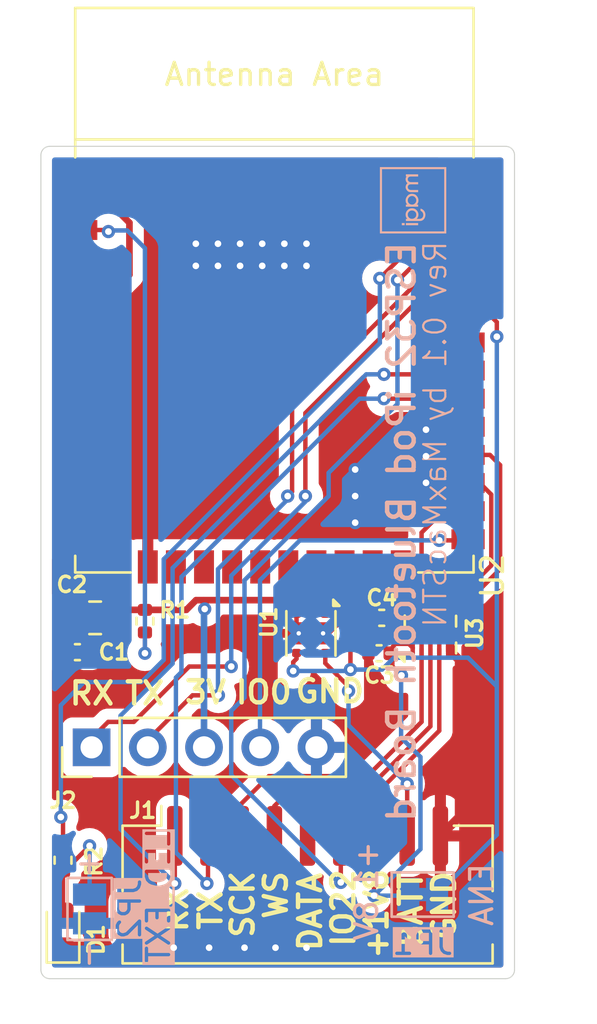
<source format=kicad_pcb>
(kicad_pcb (version 20240108) (generator "pcbnew") (generator_version "8.0")
  (layers (0 "F.Cu" signal) (31 "B.Cu" signal) (34 "B.Paste" user) (35 "F.Paste" user) (36 "B.SilkS" user "B.Silkscreen") (37 "F.SilkS" user "F.Silkscreen") (38 "B.Mask" user) (39 "F.Mask" user) (44 "Edge.Cuts" user))
  (net 0 "")
  (net 1 "+3V3")
  (net 2 "GND")
  (net 3 "RX_0")
  (net 4 "I2S_SCK_3V3")
  (net 5 "I2S_WS_3V3")
  (net 6 "RX_2")
  (net 7 "+1V8")
  (net 8 "TX_2")
  (net 9 "TX_0")
  (net 10 "LED")
  (net 11 "IO0")
  (net 12 "IO22")
  (net 13 "I2S_DATA_3V3")
  (net 14 "I2S_SCK_1V8")
  (net 15 "I2S_DATA_1V8")
  (net 16 "I2S_WS_1V8")
  (net 17 "V_BATT")
  (net 18 "Net-(D1-A)")
  (net 19 "Net-(U2-EN{slash}CHIP_PU)")
  (net 35 "ENA")
  (footprint "Capacitor_SMD:C_0402_1005Metric" (layer "F.Cu") (at 119.48 92.9)
    (property "Reference" "C3")
    (property "Value" "0.1uF")
  )
  (footprint "Connector_JST:JST_ZH_S9B-ZR-SM4A-TF_1x09-1MP_P1.50mm_Horizontal" (layer "F.Cu") (at 116.25 102.8)
    (property "Reference" "J1")
    (property "Value" "Conn_01x09_Socket")
  )
  (footprint "Capacitor_SMD:C_0402_1005Metric" (layer "F.Cu") (at 119.6 91.3 180)
    (property "Reference" "C4")
    (property "Value" "0.1uF")
  )
  (footprint "PCM_Espressif:ESP32-WROOM-32E" (layer "F.Cu") (at 114.75 78.25)
    (property "Reference" "U2")
    (property "Value" "ESP32-WROOM-E")
  )
  (footprint "Capacitor_SMD:C_0402_1005Metric" (layer "F.Cu") (at 105.85 92.85 180)
    (property "Reference" "C1")
    (property "Value" "0.1uF")
  )
  (footprint "Capacitor_SMD:C_0805_2012Metric" (layer "F.Cu") (at 106.65 91.3 180)
    (property "Reference" "C2")
    (property "Value" "22uF")
  )
  (footprint "Connector_PinHeader_2.54mm:PinHeader_1x05_P2.54mm_Vertical" (layer "F.Cu") (at 106.49 97.15 90)
    (property "Reference" "J2")
    (property "Value" "Conn_01x05_Socket")
  )
  (footprint "Package_DFN_QFN:Texas_R-PUQFN-N12" (layer "F.Cu") (at 121.8 92.05 90)
    (property "Reference" "U3")
    (property "Value" "TXU0104RUTR")
  )
  (footprint "Resistor_SMD:R_0402_1005Metric" (layer "F.Cu") (at 105.2 102.25 -90)
    (property "Reference" "R2")
    (property "Value" "1K")
  )
  (footprint "Resistor_SMD:R_0402_1005Metric" (layer "F.Cu") (at 108.9 91.45 -90)
    (property "Reference" "R1")
    (property "Value" "10K")
  )
  (footprint "Package_SON:WSON-6-1EP_2x2mm_P0.65mm_EP1x1.6mm_ThermalVias" (layer "F.Cu") (at 116.4 92 -90)
    (property "Reference" "U1")
    (property "Value" "TLV76733DRVx")
  )
  (footprint "LED_SMD:LED_0603_1608Metric" (layer "F.Cu") (at 105.2 105.387501 90)
    (property "Reference" "D1")
    (property "Value" "LED")
  )
  (footprint "Jumper:SolderJumper-2_P1.3mm_Bridged_Pad1.0x1.5mm" (layer "B.Cu") (at 121.45 103.8 180)
    (property "Reference" "JP1")
    (property "Value" "ENA_USING_1V8_RAIL")
  )
  (footprint "Jumper:SolderJumper-2_P1.3mm_Open_Pad1.0x1.5mm" (layer "B.Cu") (at 106.4 104.449999 90)
    (property "Reference" "JP2")
    (property "Value" "LED_EXT")
  )
  (gr_poly (pts (xy 121.245726 73.565198) (xy 121.245725 73.464762) (xy 120.690419 73.464764) (xy 120.690419 73.5652)) (stroke (width -0.000001)) (fill solid) (layer "B.SilkS"))
  (gr_poly (pts (xy 120.679931 73.097764) (xy 120.680854 73.112901) (xy 120.682389 73.127583) (xy 120.684538 73.141806) (xy 120.6873 73.155573) (xy 120.690674 73.16888) (xy 120.694659 73.181725) (xy 120.699255 73.194109) (xy 120.704461 73.206023) (xy 120.710278 73.217474) (xy 120.716703 73.228453) (xy 120.723736 73.238965) (xy 120.731377 73.249004) (xy 120.739625 73.25857) (xy 120.74848 73.26766) (xy 120.757942 73.276273) (xy 120.69063 73.276274) (xy 120.69063 73.373746) (xy 121.27917 73.373746) (xy 121.297365 73.373616) (xy 121.314183 73.373226) (xy 121.329648 73.372575) (xy 121.34378 73.371656) (xy 121.356603 73.370469) (xy 121.368139 73.369014) (xy 121.378409 73.367284) (xy 121.387437 73.365279) (xy 121.401326 73.361285) (xy 121.414735 73.356525) (xy 121.427658 73.351004) (xy 121.440096 73.344721) (xy 121.452048 73.33768) (xy 121.463508 73.329879) (xy 121.474476 73.321326) (xy 121.484948 73.312018) (xy 121.494923 73.301959) (xy 121.5044 73.29115) (xy 121.513374 73.279594) (xy 121.521843 73.267291) (xy 121.529806 73.254244) (xy 121.53726 73.240454) (xy 121.544203 73.225925) (xy 121.550632 73.210657) (xy 121.553401 73.203374) (xy 121.555994 73.196055) (xy 121.55841 73.188696) (xy 121.560649 73.181304) (xy 121.562711 73.173875) (xy 121.564595 73.166415) (xy 121.566302 73.158924) (xy 121.567828 73.151403) (xy 121.569179 73.143852) (xy 121.570349 73.136276) (xy 121.57134 73.128674) (xy 121.572152 73.121047) (xy 121.572784 73.113397) (xy 121.573236 73.105726) (xy 121.573509 73.098034) (xy 121.573597 73.090324) (xy 121.573492 73.090112) (xy 121.573271 73.078464) (xy 121.572615 73.066938) (xy 121.57152 73.055535) (xy 121.569989 73.044259) (xy 121.568023 73.03311) (xy 121.565622 73.022094) (xy 121.562789 73.011208) (xy 121.559523 73.000458) (xy 121.555825 72.989846) (xy 121.551697 72.979375) (xy 121.547135 72.969045) (xy 121.542148 72.958861) (xy 121.536732 72.948823) (xy 121.530891 72.938936) (xy 121.524624 72.929198) (xy 121.517929 72.919614) (xy 121.510652 72.909987) (xy 121.503107 72.90079) (xy 121.495298 72.892024) (xy 121.487227 72.883693) (xy 121.478894 72.875795) (xy 121.4703 72.868334) (xy 121.461448 72.86131) (xy 121.452339 72.854726) (xy 121.442974 72.848581) (xy 121.433357 72.842878) (xy 121.423484 72.837619) (xy 121.413364 72.832803) (xy 121.402991 72.828435) (xy 121.392372 72.824512) (xy 121.381507 72.821038) (xy 121.370396 72.818014) (xy 121.351665 72.813358) (xy 121.351665 72.910407) (xy 121.359497 72.914746) (xy 121.373729 72.923067) (xy 121.387019 72.931759) (xy 121.399371 72.940829) (xy 121.410788 72.95028) (xy 121.421273 72.960118) (xy 121.426166 72.965184) (xy 121.430828 72.97035) (xy 121.435259 72.975612) (xy 121.439457 72.980976) (xy 121.443427 72.986441) (xy 121.447166 72.992005) (xy 121.450675 72.997671) (xy 121.453955 73.003439) (xy 121.457006 73.009312) (xy 121.459828 73.015288) (xy 121.462424 73.021368) (xy 121.464789 73.027552) (xy 121.466929 73.033842) (xy 121.468841 73.040239) (xy 121.470526 73.04674) (xy 121.471986 73.053351) (xy 121.473219 73.060069) (xy 121.474229 73.066897) (xy 121.475013 73.07383) (xy 121.475574 73.080876) (xy 121.476019 73.095297) (xy 121.475697 73.109608) (xy 121.474731 73.123261) (xy 121.473118 73.136271) (xy 121.470856 73.148659) (xy 121.467943 73.16044) (xy 121.464377 73.17163) (xy 121.460154 73.182247) (xy 121.455276 73.192308) (xy 121.449736 73.201828) (xy 121.443535 73.210827) (xy 121.43667 73.21932) (xy 121.429138 73.227324) (xy 121.420938 73.234855) (xy 121.412067 73.241932) (xy 121.402523 73.248571) (xy 121.392305 73.254789) (xy 121.387469 73.257366) (xy 121.38233 73.259779) (xy 121.376887 73.262028) (xy 121.371143 73.264111) (xy 121.365099 73.266031) (xy 121.358753 73.267786) (xy 121.35211 73.269374) (xy 121.345169 73.270796) (xy 121.337932 73.272052) (xy 121.3304 73.273142) (xy 121.322573 73.274065) (xy 121.314453 73.274821) (xy 121.306041 73.27541) (xy 121.297338 73.27583) (xy 121.288345 73.276083) (xy 121.279063 73.276168) (xy 121.179051 73.276167) (xy 121.182666 73.272984) (xy 121.186209 73.269705) (xy 121.189679 73.266325) (xy 121.193076 73.26285) (xy 121.196401 73.259278) (xy 121.199652 73.255608) (xy 121.202831 73.251841) (xy 121.205932 73.247976) (xy 121.208961 73.244013) (xy 121.211915 73.239951) (xy 121.214796 73.235792) (xy 121.217597 73.231534) (xy 121.220326 73.227177) (xy 121.222977 73.222722) (xy 121.225552 73.218166) (xy 121.228052 73.213513) (xy 121.231783 73.206242) (xy 121.235279 73.198872) (xy 121.238538 73.191406) (xy 121.241559 73.183848) (xy 121.244342 73.176198) (xy 121.246886 73.168455) (xy 121.249191 73.160628) (xy 121.251256 73.152713) (xy 121.25308 73.144714) (xy 121.254663 73.136632) (xy 121.256004 73.128471) (xy 121.257103 73.120229) (xy 121.257959 73.111911) (xy 121.258571 73.103518) (xy 121.258938 73.095051) (xy 121.25906 73.086513) (xy 121.258729 73.072378) (xy 121.25774 73.058434) (xy 121.256086 73.044679) (xy 121.253777 73.031118) (xy 121.250807 73.017754) (xy 121.247184 73.004591) (xy 121.242907 72.991627) (xy 121.237974 72.97887) (xy 121.232389 72.966317) (xy 121.226153 72.953974) (xy 121.219268 72.941845) (xy 121.211733 72.929932) (xy 121.203552 72.918235) (xy 121.194724 72.906758) (xy 121.18525 72.895506) (xy 121.175135 72.884478) (xy 121.164856 72.874131) (xy 121.154223 72.864443) (xy 121.14324 72.855414) (xy 121.131905 72.847046) (xy 121.120226 72.839341) (xy 121.108203 72.832299) (xy 121.095839 72.825922) (xy 121.083139 72.82021) (xy 121.070103 72.815167) (xy 121.056736 72.810792) (xy 121.043039 72.807085) (xy 121.029016 72.804051) (xy 121.014668 72.801688) (xy 121 72.8) (xy 120.985014 72.798986) (xy 120.969713 72.798646) (xy 120.962304 72.798765) (xy 120.962304 72.899717) (xy 120.972701 72.899919) (xy 120.982852 72.900522) (xy 120.992769 72.901532) (xy 121.002451 72.902946) (xy 121.011905 72.904768) (xy 121.021132 72.906996) (xy 121.03014 72.909634) (xy 121.038928 72.912681) (xy 121.047503 72.916143) (xy 121.05587 72.920016) (xy 121.064032 72.924304) (xy 121.07199 72.929006) (xy 121.079753 72.934127) (xy 121.087323 72.939664) (xy 121.094703 72.945621) (xy 121.101899 72.952) (xy 121.109004 72.958747) (xy 121.115638 72.965697) (xy 121.121801 72.972853) (xy 121.127497 72.980219) (xy 121.132726 72.9878) (xy 121.137491 72.995597) (xy 121.141794 73.003616) (xy 121.145635 73.011862) (xy 121.149016 73.020336) (xy 121.151941 73.029043) (xy 121.154412 73.037989) (xy 121.156429 73.047175) (xy 121.157994 73.056606) (xy 121.15911 73.066286) (xy 121.159778 73.076219) (xy 121.160002 73.086408) (xy 121.159795 73.096569) (xy 121.159177 73.106423) (xy 121.15814 73.115978) (xy 121.15669 73.125246) (xy 121.154822 73.13423) (xy 121.152533 73.142947) (xy 121.149824 73.1514) (xy 121.146692 73.159605) (xy 121.143136 73.167567) (xy 121.139155 73.175296) (xy 121.134746 73.182803) (xy 121.129908 73.190096) (xy 121.124642 73.197186) (xy 121.118941 73.20408) (xy 121.112806 73.210791) (xy 121.106238 73.217324) (xy 121.098691 73.224237) (xy 121.091012 73.23069) (xy 121.083197 73.236686) (xy 121.075242 73.242229) (xy 121.067141 73.247314) (xy 121.058895 73.251948) (xy 121.050499 73.256133) (xy 121.041944 73.25987) (xy 121.033231 73.263158) (xy 121.024357 73.266003) (xy 121.015316 73.268405) (xy 121.006106 73.270367) (xy 120.996722 73.271887) (xy 120.987159 73.272973) (xy 120.977418 73.273623) (xy 120.96749 73.273839) (xy 120.957554 73.273626) (xy 120.947791 73.272987) (xy 120.938205 73.271924) (xy 120.928801 73.270429) (xy 120.919583 73.268504) (xy 120.910556 73.266148) (xy 120.901723 73.263358) (xy 120.893089 73.260133) (xy 120.884659 73.256472) (xy 120.876435 73.252372) (xy 120.868426 73.247835) (xy 120.860633 73.242853) (xy 120.853058 73.237429) (xy 120.84571 73.231562) (xy 120.838591 73.225249) (xy 120.831706 73.21849) (xy 120.825119 73.211373) (xy 120.818971 73.204076) (xy 120.813255 73.196593) (xy 120.807974 73.188918) (xy 120.803126 73.181053) (xy 120.798711 73.172986) (xy 120.79472 73.164717) (xy 120.791159 73.156244) (xy 120.788022 73.147563) (xy 120.785312 73.138665) (xy 120.783019 73.129553) (xy 120.781149 73.120217) (xy 120.779698 73.110657) (xy 120.778663 73.100867) (xy 120.778044 73.090846) (xy 120.777837 73.080587) (xy 120.777731 73.080587) (xy 120.77794 73.071165) (xy 120.778565 73.061949) (xy 120.779611 73.052934) (xy 120.78108 73.044117) (xy 120.782969 73.035496) (xy 120.785282 73.027065) (xy 120.78802 73.018822) (xy 120.791185 73.010764) (xy 120.794778 73.002886) (xy 120.798799 72.995187) (xy 120.803252 72.987662) (xy 120.808137 72.980307) (xy 120.813454 72.97312) (xy 120.819206 72.966097) (xy 120.825396 72.959234) (xy 120.832023 72.952529) (xy 120.838963 72.946076) (xy 120.846044 72.94005) (xy 120.853273 72.93445) (xy 120.860655 72.929274) (xy 120.868191 72.924523) (xy 120.875887 72.920192) (xy 120.883743 72.916281) (xy 120.891766 72.912788) (xy 120.899957 72.909712) (xy 120.908321 72.907052) (xy 120.916859 72.904804) (xy 120.925577 72.902969) (xy 120.934477 72.901545) (xy 120.943562 72.900528) (xy 120.952838 72.89992) (xy 120.962304 72.899717) (xy 120.962304 72.798765) (xy 120.95655 72.798859) (xy 120.943694 72.799485) (xy 120.931149 72.80053) (xy 120.918914 72.801995) (xy 120.906992 72.803871) (xy 120.895385 72.806165) (xy 120.884096 72.808873) (xy 120.873126 72.811996) (xy 120.862476 72.815531) (xy 120.852152 72.819477) (xy 120.842151 72.823836) (xy 120.832478 72.828605) (xy 120.823134 72.833785) (xy 120.814122 72.839374) (xy 120.805443 72.845371) (xy 120.797097 72.851776) (xy 120.782924 72.86379) (xy 120.769656 72.87614) (xy 120.757292 72.888818) (xy 120.745836 72.901825) (xy 120.735289 72.915155) (xy 120.725652 72.928806) (xy 120.716927 72.942773) (xy 120.709111 72.957053) (xy 120.702211 72.971644) (xy 120.696227 72.986542) (xy 120.69116 73.001742) (xy 120.68701 73.017242) (xy 120.683781 73.03304) (xy 120.681472 73.04913) (xy 120.680086 73.065511) (xy 120.679622 73.082175)) (stroke (width -0.000001)) (fill solid) (layer "B.SilkS"))
  (gr_poly (pts (xy 120.69486 71.855715) (xy 120.695801 71.866004) (xy 120.697371 71.876272) (xy 120.699568 71.886519) (xy 120.702394 71.896747) (xy 120.705848 71.906951) (xy 120.70993 71.917134) (xy 120.714641 71.927295) (xy 120.719981 71.937433) (xy 120.725951 71.94755) (xy 120.732548 71.957643) (xy 120.739775 71.967712) (xy 120.747631 71.977759) (xy 120.756118 71.987782) (xy 120.765233 71.997781) (xy 120.774979 72.007755) (xy 120.781508 72.013772) (xy 120.788478 72.019403) (xy 120.795887 72.024647) (xy 120.803734 72.029502) (xy 120.812022 72.03397) (xy 120.820749 72.038051) (xy 120.829917 72.041742) (xy 120.839524 72.045048) (xy 120.849572 72.047964) (xy 120.860061 72.050492) (xy 120.870989 72.052632) (xy 120.882359 72.054383) (xy 120.894169 72.055744) (xy 120.906421 72.05672) (xy 120.919113 72.057301) (xy 120.932247 72.057496) (xy 121.230592 72.057497) (xy 121.230592 71.986588) (xy 120.937328 71.986588) (xy 120.927881 71.986485) (xy 120.918749 71.986176) (xy 120.909932 71.985662) (xy 120.90143 71.984941) (xy 120.893243 71.984015) (xy 120.885371 71.982882) (xy 120.877815 71.981543) (xy 120.870575 71.98) (xy 120.863646 71.97825) (xy 120.857036 71.976294) (xy 120.850738 71.974132) (xy 120.844756 71.971766) (xy 120.83909 71.969191) (xy 120.833737 71.966412) (xy 120.828701 71.963427) (xy 120.82398 71.960236) (xy 120.816541 71.954635) (xy 120.809583 71.948786) (xy 120.803106 71.942689) (xy 120.79711 71.936347) (xy 120.791594 71.929759) (xy 120.786559 71.922921) (xy 120.782003 71.915838) (xy 120.777928 71.90851) (xy 120.774333 71.900935) (xy 120.771219 71.893116) (xy 120.768584 71.885052) (xy 120.766428 71.876742) (xy 120.764751 71.86819) (xy 120.763554 71.859393) (xy 120.762835 71.850352) (xy 120.762597 71.841068) (xy 120.762717 71.835068) (xy 120.763078 71.829141) (xy 120.763679 71.823282) (xy 120.76452 71.817491) (xy 120.765601 71.81177) (xy 120.766922 71.806117) (xy 120.768482 71.800532) (xy 120.770283 71.795016) (xy 120.772322 71.789569) (xy 120.774601 71.784189) (xy 120.777119 71.778877) (xy 120.779876 71.773633) (xy 120.782871 71.768458) (xy 120.786105 71.763348) (xy 120.789578 71.758306) (xy 120.793288 71.753333) (xy 120.797183 71.748519) (xy 120.801205 71.743965) (xy 120.805356 71.739669) (xy 120.809635 71.735631) (xy 120.81404 71.731851) (xy 120.818571 71.728328) (xy 120.823231 71.725064) (xy 120.828014 71.722058) (xy 120.832924 71.719309) (xy 120.837959 71.716819) (xy 120.843117 71.714587) (xy 120.848399 71.712612) (xy 120.853804 71.710896) (xy 120.859334 71.709436) (xy 120.864985 71.708237) (xy 120.870758 71.707294) (xy 120.877734 71.706257) (xy 120.885089 71.705367) (xy 120.892826 71.704619) (xy 120.900947 71.704013) (xy 120.909456 71.703547) (xy 120.918354 71.703216) (xy 120.927643 71.70302) (xy 120.937328 71.702955) (xy 121.230592 71.702955) (xy 121.230592 71.632046) (xy 120.929283 71.632046) (xy 120.921086 71.631951) (xy 120.913122 71.631659) (xy 120.90539 71.631176) (xy 120.897893 71.630497) (xy 120.890629 71.629625) (xy 120.883598 71.628558) (xy 120.876804 71.627299) (xy 120.870241 71.625842) (xy 120.863915 71.624192) (xy 120.857823 71.622347) (xy 120.851965 71.620307) (xy 120.846342 71.618072) (xy 120.840955 71.615641) (xy 120.835803 71.613015) (xy 120.830885 71.610193) (xy 120.826202 71.607176) (xy 120.818494 71.601582) (xy 120.811285 71.595761) (xy 120.804575 71.589708) (xy 120.79836 71.583424) (xy 120.792645 71.576912) (xy 120.787427 71.570169) (xy 120.782707 71.563194) (xy 120.778484 71.555991) (xy 120.776559 71.552305) (xy 120.774762 71.54856) (xy 120.773084 71.544758) (xy 120.771533 71.540899) (xy 120.768801 71.533008) (xy 120.766568 71.524889) (xy 120.76483 71.516539) (xy 120.763589 71.507963) (xy 120.762845 71.499158) (xy 120.762599 71.490124) (xy 120.762815 71.4811) (xy 120.763475 71.472324) (xy 120.764574 71.463795) (xy 120.766111 71.455513) (xy 120.768088 71.447478) (xy 120.770505 71.43969) (xy 120.773362 71.432148) (xy 120.776659 71.424851) (xy 120.780397 71.4178) (xy 120.784574 71.410995) (xy 120.789193 71.404434) (xy 120.794252 71.39812) (xy 120.799751 71.392047) (xy 120.805694 71.386219) (xy 120.812076 71.380635) (xy 120.818901 71.375295) (xy 120.823367 71.372201) (xy 120.828157 71.369301) (xy 120.833273 71.366604) (xy 120.838707 71.364106) (xy 120.844467 71.361804) (xy 120.850552 71.359703) (xy 120.856961 71.3578) (xy 120.863694 71.356099) (xy 120.870752 71.354597) (xy 120.878136 71.353295) (xy 120.885845 71.352192) (xy 120.89388 71.351289) (xy 120.902241 71.350586) (xy 120.910928 71.350087) (xy 120.919943 71.349785) (xy 120.929284 71.349683) (xy 121.230592 71.349683) (xy 121.230592 71.279517) (xy 120.705553 71.279516) (xy 120.705552 71.345873) (xy 120.774979 71.345873) (xy 120.770029 71.348182) (xy 120.765233 71.350625) (xy 120.760596 71.353203) (xy 120.756118 71.355914) (xy 120.751798 71.35876) (xy 120.747631 71.361739) (xy 120.743625 71.364852) (xy 120.739775 71.3681) (xy 120.736082 71.371481) (xy 120.732548 71.374997) (xy 120.729171 71.378647) (xy 120.72595 71.382431) (xy 120.722886 71.386349) (xy 120.719981 71.390402) (xy 120.717232 71.394588) (xy 120.714641 71.398908) (xy 120.712207 71.403366) (xy 120.709929 71.407953) (xy 120.70781 71.412677) (xy 120.705847 71.417535) (xy 120.704042 71.422526) (xy 120.702396 71.427654) (xy 120.700904 71.432915) (xy 120.699569 71.43831) (xy 120.698391 71.44384) (xy 120.697371 71.449504) (xy 120.696506 71.455303) (xy 120.695801 71.461236) (xy 120.695252 71.467304) (xy 120.69486 71.473506) (xy 120.694546 71.486313) (xy 120.69486 71.499228) (xy 120.6958 71.511816) (xy 120.697371 71.524082) (xy 120.699569 71.536028) (xy 120.702393 71.547655) (xy 120.705848 71.558967) (xy 120.709929 71.569963) (xy 120.714641 71.58065) (xy 120.719981 71.591029) (xy 120.72595 71.601101) (xy 120.732548 71.610868) (xy 120.739775 71.620334) (xy 120.747631 71.629499) (xy 120.756119 71.638369) (xy 120.765233 71.646943) (xy 120.774979 71.655224) (xy 120.775739 71.655963) (xy 120.776552 71.656712) (xy 120.777416 71.657471) (xy 120.778331 71.658242) (xy 120.779298 71.659024) (xy 120.780317 71.659812) (xy 120.781385 71.660615) (xy 120.782507 71.661428) (xy 120.784899 71.663088) (xy 120.787496 71.664794) (xy 120.790292 71.666546) (xy 120.793288 71.668347) (xy 120.774979 71.680094) (xy 120.770469 71.683109) (xy 120.766065 71.686321) (xy 120.761768 71.689727) (xy 120.757577 71.693329) (xy 120.753495 71.697126) (xy 120.74952 71.701119) (xy 120.745653 71.705306) (xy 120.741893 71.709689) (xy 120.738241 71.714265) (xy 120.734697 71.719036) (xy 120.731261 71.724002) (xy 120.727935 71.729163) (xy 120.724716 71.734519) (xy 120.721606 71.740066) (xy 120.718605 71.745808) (xy 120.715714 71.751744) (xy 120.713138 71.757337) (xy 120.710731 71.762965) (xy 120.708494 71.768628) (xy 120.706422 71.774326) (xy 120.704519 71.780058) (xy 120.702783 71.785826) (xy 120.701214 71.791627) (xy 120.699811 71.797464) (xy 120.698575 71.803335) (xy 120.697503 71.809241) (xy 120.696599 71.815181) (xy 120.695859 71.821158) (xy 120.695283 71.827168) (xy 120.694874 71.833212) (xy 120.694629 71.839292) (xy 120.694546 71.845406)) (stroke (width -0.000001)) (fill solid) (layer "B.SilkS"))
  (gr_poly (pts (xy 122.517207 73.93699) (xy 122.517207 70.937039) (xy 122.421957 70.937039) (xy 122.421958 71.032288) (xy 122.421958 73.841741) (xy 119.612505 73.841741) (xy 119.612506 71.032289) (xy 122.421958 71.032288) (xy 122.421957 70.937039) (xy 119.517256 70.937039) (xy 119.517256 73.93699)) (stroke (width -0.000001)) (fill solid) (layer "B.SilkS"))
  (gr_poly (pts (xy 120.705553 71.279516) (xy 120.705553 71.279304) (xy 120.705447 71.279516)) (stroke (width -0.000001)) (fill solid) (layer "B.SilkS"))
  (gr_poly (pts (xy 120.621732 73.550064) (xy 120.621733 73.479896) (xy 120.521297 73.479896) (xy 120.521297 73.550063)) (stroke (width -0.000001)) (fill solid) (layer "B.SilkS"))
  (gr_poly (pts (xy 120.679641 71.856346) (xy 120.680644 71.867373) (xy 120.682314 71.878381) (xy 120.68465 71.889365) (xy 120.687652 71.900324) (xy 120.691316 71.911256) (xy 120.695643 71.922155) (xy 120.700631 71.933025) (xy 120.70628 71.943854) (xy 120.712585 71.954647) (xy 120.719549 71.965397) (xy 120.727169 71.976107) (xy 120.735444 71.986767) (xy 120.744372 71.997378) (xy 120.753952 72.007938) (xy 120.764184 72.018445) (xy 120.771247 72.024964) (xy 120.778776 72.031068) (xy 120.786773 72.036756) (xy 120.795233 72.042029) (xy 120.804155 72.046887) (xy 120.813535 72.051321) (xy 120.823373 72.05534) (xy 120.833664 72.058937) (xy 120.844406 72.062116) (xy 120.855598 72.064872) (xy 120.867236 72.067207) (xy 120.879318 72.06912) (xy 120.891841 72.070608) (xy 120.904804 72.071673) (xy 120.918205 72.072312) (xy 120.932036 72.072524) (xy 121.245514 72.072525) (xy 121.245514 71.971454) (xy 120.937328 71.971453) (xy 120.928526 71.971363) (xy 120.920021 71.971082) (xy 120.911813 71.970619) (xy 120.903904 71.969971) (xy 120.896296 71.969138) (xy 120.888988 71.968122) (xy 120.881983 71.966923) (xy 120.875283 71.96554) (xy 120.868887 71.963978) (xy 120.862797 71.96223) (xy 120.857016 71.960302) (xy 120.851542 71.958193) (xy 120.84638 71.955904) (xy 120.841529 71.953435) (xy 120.836989 71.950787) (xy 120.832764 71.947959) (xy 120.826023 71.94288) (xy 120.81973 71.937601) (xy 120.813883 71.93212) (xy 120.808479 71.926433) (xy 120.803515 71.920539) (xy 120.798993 71.91443) (xy 120.79491 71.908105) (xy 120.791264 71.901563) (xy 120.788053 71.8948) (xy 120.785277 71.887811) (xy 120.782933 71.880593) (xy 120.781016 71.873143) (xy 120.77953 71.865458) (xy 120.778471 71.857535) (xy 120.777836 71.84937) (xy 120.777625 71.840961) (xy 120.777731 71.835566) (xy 120.778047 71.830241) (xy 120.778577 71.824996) (xy 120.77932 71.81982) (xy 120.780277 71.814716) (xy 120.781448 71.809678) (xy 120.782835 71.804705) (xy 120.784437 71.799792) (xy 120.786258 71.794942) (xy 120.788296 71.790145) (xy 120.790553 71.785404) (xy 120.793029 71.780716) (xy 120.795726 71.776077) (xy 120.798642 71.771485) (xy 120.801781 71.766938) (xy 120.805142 71.762433) (xy 120.808583 71.758185) (xy 120.812122 71.754172) (xy 120.815755 71.750392) (xy 120.819491 71.746843) (xy 120.823329 71.743529) (xy 120.827271 71.740443) (xy 120.831318 71.737585) (xy 120.835476 71.734956) (xy 120.839744 71.732554) (xy 120.844124 71.730378) (xy 120.848618 71.728428) (xy 120.853228 71.726699) (xy 120.857957 71.725195) (xy 120.862807 71.723911) (xy 120.867779 71.722848) (xy 120.872874 71.722005) (xy 120.879616 71.721004) (xy 120.886742 71.720138) (xy 120.894245 71.719411) (xy 120.902125 71.718817) (xy 120.910377 71.718357) (xy 120.918999 71.718031) (xy 120.927982 71.717836) (xy 120.937328 71.71777) (xy 121.245726 71.717771) (xy 121.245726 71.616595) (xy 120.929286 71.616595) (xy 120.921692 71.616507) (xy 120.914319 71.616243) (xy 120.907164 71.615804) (xy 120.900228 71.615191) (xy 120.893513 71.614403) (xy 120.887023 71.613442) (xy 120.880757 71.612307) (xy 120.874714 71.610999) (xy 120.868898 71.609519) (xy 120.863313 71.607867) (xy 120.857958 71.606043) (xy 120.852833 71.604049) (xy 120.847939 71.601883) (xy 120.84328 71.599547) (xy 120.838856 71.597044) (xy 120.834668 71.59437) (xy 120.827715 71.589317) (xy 120.82122 71.584082) (xy 120.815178 71.578659) (xy 120.809593 71.573048) (xy 120.804464 71.567244) (xy 120.799784 71.561243) (xy 120.795558 71.555047) (xy 120.793613 71.551874) (xy 120.791779 71.54865) (xy 120.79006 71.545375) (xy 120.788453 71.542049) (xy 120.786957 71.538671) (xy 120.785573 71.535242) (xy 120.7843 71.53176) (xy 120.783139 71.528224) (xy 120.782089 71.524639) (xy 120.781151 71.520998) (xy 120.779606 71.513555) (xy 120.778505 71.505895) (xy 120.777845 71.498015) (xy 120.777625 71.489912) (xy 120.777818 71.481812) (xy 120.778396 71.473946) (xy 120.779362 71.466309) (xy 120.780717 71.4589) (xy 120.78246 71.451718) (xy 120.784596 71.444762) (xy 120.787125 71.438028) (xy 120.790047 71.431519) (xy 120.793367 71.425229) (xy 120.797081 71.41916) (xy 120.801195 71.413308) (xy 120.805708 71.40767) (xy 120.810624 71.402248) (xy 120.815942 71.397038) (xy 120.821663 71.392042) (xy 120.82779 71.387256) (xy 120.831743 71.384523) (xy 120.836019 71.381966) (xy 120.840617 71.379582) (xy 120.845537 71.377374) (xy 120.850777 71.375342) (xy 120.856336 71.373484) (xy 120.862212 71.371801) (xy 120.868403 71.370294) (xy 120.87491 71.368962) (xy 120.881732 71.367809) (xy 120.888866 71.366832) (xy 120.896311 71.366031) (xy 120.904066 71.365408) (xy 120.912129 71.364962) (xy 120.920502 71.364695) (xy 120.929178 71.364606) (xy 121.245619 71.364606) (xy 121.245619 71.26417) (xy 120.690313 71.26417) (xy 120.690315 71.361007) (xy 120.725025 71.361007) (xy 120.719507 71.366633) (xy 120.714341 71.372556) (xy 120.709528 71.378775) (xy 120.705068 71.385291) (xy 120.700963 71.392099) (xy 120.697212 71.399204) (xy 120.693816 71.406602) (xy 120.690776 71.414295) (xy 120.688091 71.422279) (xy 120.685763 71.430556) (xy 120.683794 71.439124) (xy 120.682178 71.447982) (xy 120.680924 71.457132) (xy 120.680025 71.46657) (xy 120.679486 71.476298) (xy 120.679306 71.486316) (xy 120.679645 71.499975) (xy 120.680663 71.513332) (xy 120.682358 71.526385) (xy 120.684728 71.539128) (xy 120.687772 71.55156) (xy 120.69149 71.563679) (xy 120.695877 71.57548) (xy 120.700936 71.586961) (xy 120.706662 71.598123) (xy 120.713056 71.608955) (xy 120.720115 71.61946) (xy 120.727839 71.629635) (xy 120.736226 71.639477) (xy 120.745272 71.648982) (xy 120.754981 71.658147) (xy 120.765348 71.666971) (xy 120.766089 71.667713) (xy 120.761187 71.671031) (xy 120.756397 71.674557) (xy 120.751724 71.67829) (xy 120.747169 71.68223) (xy 120.74273 71.686374) (xy 120.738411 71.690722) (xy 120.734212 71.695276) (xy 120.730132 71.700031) (xy 120.726175 71.704989) (xy 120.72234 71.71015) (xy 120.718629 71.715508) (xy 120.71504 71.721067) (xy 120.711579 71.726826) (xy 120.708243 71.732783) (xy 120.705035 71.738937) (xy 120.701954 71.745287) (xy 120.699222 71.751244) (xy 120.696666 71.757247) (xy 120.694283 71.763294) (xy 120.692075 71.769385) (xy 120.690042 71.775514) (xy 120.688185 71.781686) (xy 120.6865 71.787896) (xy 120.684994 71.794145) (xy 120.683664 71.800429) (xy 120.682509 71.806745) (xy 120.681532 71.813097) (xy 120.680731 71.81948) (xy 120.680109 71.825892) (xy 120.679663 71.832335) (xy 120.679395 71.838804) (xy 120.679306 71.845301)) (stroke (width -0.000001)) (fill solid) (layer "B.SilkS"))
  (gr_poly (pts (xy 120.694977 72.45781) (xy 120.696272 72.47507) (xy 120.69843 72.491652) (xy 120.701449 72.507556) (xy 120.705334 72.522782) (xy 120.710078 72.537328) (xy 120.715686 72.551195) (xy 120.722155 72.564385) (xy 120.729487 72.576894) (xy 120.73768 72.588723) (xy 120.746734 72.599872) (xy 120.756652 72.61034) (xy 120.76743 72.620126) (xy 120.779069 72.629232) (xy 120.791569 72.637658) (xy 120.80493 72.6454) (xy 120.705447 72.6454) (xy 120.705447 72.71271) (xy 121.230592 72.712712) (xy 121.230592 72.645401) (xy 121.131109 72.645401) (xy 121.138043 72.64153) (xy 121.144756 72.6375) (xy 121.151249 72.633306) (xy 121.157521 72.628955) (xy 121.163572 72.624444) (xy 121.169403 72.61977) (xy 121.175014 72.614937) (xy 121.180404 72.609944) (xy 121.185573 72.604789) (xy 121.190522 72.599475) (xy 121.195251 72.594) (xy 121.199759 72.588366) (xy 121.204046 72.582571) (xy 121.208115 72.576616) (xy 121.211963 72.5705) (xy 121.21559 72.564225) (xy 121.218999 72.557791) (xy 121.222184 72.551197) (xy 121.225152 72.544442) (xy 121.227897 72.537526) (xy 121.230426 72.530454) (xy 121.232732 72.523218) (xy 121.23482 72.515823) (xy 121.236687 72.50827) (xy 121.238334 72.500557) (xy 121.239762 72.492683) (xy 121.24097 72.484651) (xy 121.241959 72.476459) (xy 121.242727 72.468106) (xy 121.243276 72.459596) (xy 121.243714 72.442095) (xy 121.243275 72.425671) (xy 121.241954 72.409501) (xy 121.239753 72.393583) (xy 121.236672 72.377919) (xy 121.23271 72.362506) (xy 121.227871 72.347344) (xy 121.222151 72.332437) (xy 121.21555 72.31778) (xy 121.208071 72.303375) (xy 121.199713 72.289222) (xy 121.190475 72.275321) (xy 121.180359 72.261669) (xy 121.169364 72.248271) (xy 121.157491 72.235123) (xy 121.144739 72.222226) (xy 121.131108 72.209579) (xy 121.128637 72.207481) (xy 121.125984 72.205397) (xy 121.123149 72.203324) (xy 121.120133 72.201263) (xy 121.116936 72.199214) (xy 121.113556 72.197176) (xy 121.109995 72.195151) (xy 121.106251 72.193135) (xy 121.102325 72.191131) (xy 121.098216 72.189139) (xy 121.093925 72.187157) (xy 121.089452 72.185186) (xy 121.084795 72.183224) (xy 121.079954 72.181275) (xy 121.074932 72.179335) (xy 121.069724 72.177406) (xy 121.056399 72.172941) (xy 121.043097 72.169071) (xy 121.03645 72.16736) (xy 121.029809 72.165799) (xy 121.023175 72.164383) (xy 121.016544 72.163118) (xy 121.009918 72.162002) (xy 121.003298 72.161034) (xy 120.996683 72.160216) (xy 120.990072 72.159546) (xy 120.983467 72.159025) (xy 120.976867 72.158653) (xy 120.970271 72.15843) (xy 120.969501 72.158421) (xy 120.969501 72.22937) (xy 120.969607 72.22937) (xy 120.980202 72.229617) (xy 120.990596 72.230357) (xy 121.00079 72.231592) (xy 121.010784 72.233319) (xy 121.020576 72.235543) (xy 121.030171 72.23826) (xy 121.039564 72.241472) (xy 121.048757 72.245179) (xy 121.057751 72.24938) (xy 121.066544 72.254076) (xy 121.07514 72.259268) (xy 121.083535 72.264955) (xy 121.091731 72.271137) (xy 121.099728 72.277815) (xy 121.107527 72.284987) (xy 121.115129 72.292658) (xy 121.122394 72.300647) (xy 121.129192 72.30882) (xy 121.135521 72.317175) (xy 121.141381 72.325713) (xy 121.146772 72.334431) (xy 121.151695 72.343333) (xy 121.156148 72.352413) (xy 121.160133 72.361676) (xy 121.163649 72.371116) (xy 121.166696 72.380736) (xy 121.169275 72.390536) (xy 121.171386 72.400514) (xy 121.173025 72.41067) (xy 121.174197 72.421003) (xy 121.174901 72.431513) (xy 121.175135 72.442201) (xy 121.174901 72.452828) (xy 121.174192 72.463167) (xy 121.173014 72.473232) (xy 121.171365 72.483034) (xy 121.169244 72.492586) (xy 121.166653 72.501901) (xy 121.163588 72.510993) (xy 121.160054 72.51987) (xy 121.156048 72.528546) (xy 121.151571 72.537038) (xy 121.146622 72.545354) (xy 121.141202 72.553509) (xy 121.135311 72.561515) (xy 121.128949 72.569382) (xy 121.122115 72.577126) (xy 121.11481 72.584758) (xy 121.107186 72.592103) (xy 121.09939 72.598976) (xy 121.091429 72.605379) (xy 121.083297 72.611306) (xy 121.074997 72.616762) (xy 121.066529 72.621746) (xy 121.057893 72.626256) (xy 121.049088 72.630293) (xy 121.040113 72.633857) (xy 121.03097 72.636947) (xy 121.021657 72.63956) (xy 121.012178 72.6417) (xy 121.002531 72.643365) (xy 120.992711 72.644554) (xy 120.982725 72.645269) (xy 120.97257 72.645507) (xy 120.961626 72.645278) (xy 120.950898 72.644594) (xy 120.940384 72.643452) (xy 120.930085 72.641855) (xy 120.920002 72.639798) (xy 120.910136 72.637286) (xy 120.900486 72.634316) (xy 120.891052 72.63089) (xy 120.881833 72.627003) (xy 120.872831 72.62266) (xy 120.864043 72.61786) (xy 120.855471 72.612601) (xy 120.847117 72.606883) (xy 120.838977 72.60071) (xy 120.831053 72.594074) (xy 120.823345 72.586981) (xy 120.816 72.579542) (xy 120.809127 72.571869) (xy 120.802728 72.563964) (xy 120.796799 72.555826) (xy 120.791341 72.547454) (xy 120.786358 72.53885) (xy 120.781847 72.530012) (xy 120.77781 72.520942) (xy 120.774246 72.511636) (xy 120.771158 72.502099) (xy 120.768543 72.492328) (xy 120.766403 72.482325) (xy 120.764738 72.47209) (xy 120.763549 72.461618) (xy 120.762834 72.450915) (xy 120.762596 72.439977) (xy 120.762832 72.429052) (xy 120.763538 72.418375) (xy 120.764719 72.40794) (xy 120.766367 72.397742) (xy 120.768487 72.387775) (xy 120.77108 72.37803) (xy 120.774143 72.368503) (xy 120.777677 72.359188) (xy 120.781685 72.350076) (xy 120.786161 72.341164) (xy 120.79111 72.332443) (xy 120.796531 72.323907) (xy 120.80242 72.315551) (xy 120.808783 72.307367) (xy 120.815617 72.299351) (xy 120.822922 72.291494) (xy 120.830564 72.28396) (xy 120.83841 72.276913) (xy 120.846458 72.270355) (xy 120.85471 72.264285) (xy 120.863164 72.258702) (xy 120.871822 72.253606) (xy 120.88068 72.248996) (xy 120.889742 72.244874) (xy 120.899006 72.241238) (xy 120.908472 72.238087) (xy 120.91814 72.235422) (xy 120.928009 72.233245) (xy 120.93808 72.231548) (xy 120.948353 72.230338) (xy 120.958825 72.229612) (xy 120.969501 72.22937) (xy 120.969501 72.158421) (xy 120.96368 72.158356) (xy 120.957902 72.158435) (xy 120.952077 72.158673) (xy 120.946205 72.159073) (xy 120.940286 72.159627) (xy 120.934321 72.160343) (xy 120.928309 72.161219) (xy 120.922251 72.162255) (xy 120.916148 72.163449) (xy 120.909998 72.164804) (xy 120.903804 72.166319) (xy 120.897562 72.167994) (xy 120.891275 72.16983) (xy 120.884943 72.171827) (xy 120.878567 72.173984) (xy 120.872145 72.176302) (xy 120.865678 72.178781) (xy 120.855771 72.182841) (xy 120.846528 72.186995) (xy 120.837946 72.191248) (xy 120.833903 72.193409) (xy 120.830025 72.195596) (xy 120.826315 72.197805) (xy 120.822765 72.200038) (xy 120.819383 72.202294) (xy 120.816163 72.204573) (xy 120.813109 72.206874) (xy 120.810219 72.2092) (xy 120.807493 72.211548) (xy 120.80493 72.213918) (xy 120.791552 72.227228) (xy 120.779039 72.240647) (xy 120.767391 72.254175) (xy 120.756607 72.267811) (xy 120.746688 72.281557) (xy 120.737635 72.295411) (xy 120.729443 72.309372) (xy 120.722116 72.323442) (xy 120.715651 72.33762) (xy 120.71005 72.351906) (xy 120.705311 72.366298) (xy 120.701435 72.380798) (xy 120.698421 72.395407) (xy 120.696267 72.410122) (xy 120.694976 72.424943) (xy 120.694546 72.439872)) (stroke (width -0.000001)) (fill solid) (layer "B.SilkS"))
  (gr_poly (pts (xy 121.230697 73.550064) (xy 121.230697 73.479896) (xy 120.705552 73.479896) (xy 120.705553 73.550064)) (stroke (width -0.000001)) (fill solid) (layer "B.SilkS"))
  (gr_poly (pts (xy 120.636762 73.565198) (xy 120.636762 73.464762) (xy 120.506164 73.464762) (xy 120.506163 73.565198)) (stroke (width -0.000001)) (fill solid) (layer "B.SilkS"))
  (gr_poly (pts (xy 120.694877 73.100387) (xy 120.696186 73.117913) (xy 120.69837 73.134755) (xy 120.701428 73.150912) (xy 120.705357 73.166383) (xy 120.710161 73.18117) (xy 120.715841 73.19527) (xy 120.722393 73.208685) (xy 120.729821 73.221414) (xy 120.738124 73.233457) (xy 120.747299 73.244814) (xy 120.75735 73.255485) (xy 120.768276 73.265469) (xy 120.780077 73.274767) (xy 120.792754 73.283377) (xy 120.806306 73.291303) (xy 120.705341 73.291303) (xy 120.705341 73.358611) (xy 121.278747 73.358611) (xy 121.278957 73.358506) (xy 121.296599 73.358381) (xy 121.312932 73.358008) (xy 121.327957 73.357383) (xy 121.341677 73.356507) (xy 121.354092 73.355378) (xy 121.365206 73.353996) (xy 121.375013 73.352358) (xy 121.383523 73.350462) (xy 121.396545 73.346713) (xy 121.409105 73.342252) (xy 121.421201 73.337077) (xy 121.432834 73.331193) (xy 121.444004 73.324595) (xy 121.454713 73.317283) (xy 121.464955 73.309259) (xy 121.474736 73.300521) (xy 121.484055 73.291072) (xy 121.492911 73.280908) (xy 121.501305 73.270032) (xy 121.509236 73.258443) (xy 121.516706 73.246138) (xy 121.523715 73.23312) (xy 121.53026 73.219388) (xy 121.536344 73.204942) (xy 121.538997 73.197981) (xy 121.541479 73.190992) (xy 121.54379 73.183974) (xy 121.545929 73.176923) (xy 121.547897 73.169846) (xy 121.549694 73.162739) (xy 121.55132 73.155604) (xy 121.552776 73.14844) (xy 121.554059 73.141247) (xy 121.555171 73.134026) (xy 121.556115 73.126777) (xy 121.556885 73.119499) (xy 121.557483 73.112194) (xy 121.557911 73.104861) (xy 121.558167 73.0975) (xy 121.558253 73.090112) (xy 121.558046 73.079026) (xy 121.557428 73.068071) (xy 121.556399 73.057247) (xy 121.554958 73.046554) (xy 121.553106 73.035995) (xy 121.55084 73.025565) (xy 121.548164 73.015268) (xy 121.545076 73.005102) (xy 121.541576 72.995067) (xy 121.537664 72.985164) (xy 121.533341 72.975392) (xy 121.528606 72.965751) (xy 121.523458 72.956243) (xy 121.5179 72.946867) (xy 121.511929 72.937619) (xy 121.505547 72.928504) (xy 121.49866 72.919388) (xy 121.491533 72.910685) (xy 121.484165 72.902401) (xy 121.476557 72.894534) (xy 121.468709 72.887084) (xy 121.460623 72.880052) (xy 121.452294 72.873437) (xy 121.443727 72.867241) (xy 121.43492 72.861462) (xy 121.425874 72.856101) (xy 121.416591 72.851158) (xy 121.407067 72.846633) (xy 121.397304 72.842529) (xy 121.387306 72.838842) (xy 121.377066 72.835574) (xy 121.366588 72.832725) (xy 121.366588 72.901518) (xy 121.381642 72.910329) (xy 121.395724 72.91958) (xy 121.408836 72.929271) (xy 121.420978 72.9394) (xy 121.43215 72.94997) (xy 121.437371 72.95542) (xy 121.442351 72.96098) (xy 121.447088 72.966649) (xy 121.451581 72.972429) (xy 121.455832 72.978319) (xy 121.45984 72.984318) (xy 121.463606 72.990428) (xy 121.467128 72.996648) (xy 121.470409 73.002978) (xy 121.473445 73.009418) (xy 121.476239 73.015969) (xy 121.478791 73.022629) (xy 121.481099 73.0294) (xy 121.483164 73.036281) (xy 121.484987 73.043274) (xy 121.486567 73.050374) (xy 121.487904 73.057585) (xy 121.488997 73.064906) (xy 121.489848 73.072339) (xy 121.490456 73.079883) (xy 121.490942 73.095298) (xy 121.490586 73.1106) (xy 121.489514 73.12524) (xy 121.487727 73.13923) (xy 121.485229 73.152585) (xy 121.482012 73.165317) (xy 121.478083 73.177439) (xy 121.47344 73.188962) (xy 121.468082 73.199901) (xy 121.46201 73.210268) (xy 121.455225 73.220077) (xy 121.447721 73.229338) (xy 121.439507 73.238069) (xy 121.430577 73.246277) (xy 121.420933 73.25398) (xy 121.410575 73.261187) (xy 121.399502 73.267911) (xy 121.394231 73.270738) (xy 121.388657 73.273384) (xy 121.38278 73.275848) (xy 121.376602 73.27813) (xy 121.37012 73.280231) (xy 121.363337 73.282149) (xy 121.356251 73.283886) (xy 121.348861 73.285441) (xy 121.341169 73.286813) (xy 121.333174 73.288005) (xy 121.324876 73.28901) (xy 121.316277 73.289835) (xy 121.307375 73.290476) (xy 121.298169 73.290933) (xy 121.288662 73.29121) (xy 121.278852 73.2913) (xy 121.126665 73.291301) (xy 121.133609 73.288049) (xy 121.140361 73.284525) (xy 121.146917 73.280726) (xy 121.153276 73.276656) (xy 121.159439 73.27231) (xy 121.165409 73.267692) (xy 121.171183 73.262799) (xy 121.176762 73.257633) (xy 121.182147 73.252192) (xy 121.187338 73.246478) (xy 121.192332 73.240491) (xy 121.197135 73.234226) (xy 121.201741 73.227687) (xy 121.206154 73.220874) (xy 121.210374 73.213786) (xy 121.2144 73.206423) (xy 121.217937 73.199519) (xy 121.221245 73.192537) (xy 121.224326 73.185478) (xy 121.227179 73.178342) (xy 121.229804 73.171126) (xy 121.232199 73.163832) (xy 121.234367 73.15646) (xy 121.236306 73.149008) (xy 121.238018 73.141479) (xy 121.239502 73.133867) (xy 121.240757 73.126177) (xy 121.241784 73.118406) (xy 121.242582 73.110555) (xy 121.243153 73.102622) (xy 121.243495 73.094609) (xy 121.243609 73.086513) (xy 121.243298 73.073078) (xy 121.242363 73.059839) (xy 121.240809 73.046795) (xy 121.238629 73.033946) (xy 121.235827 73.021293) (xy 121.232403 73.008835) (xy 121.228355 72.996572) (xy 121.223686 72.984504) (xy 121.218394 72.97263) (xy 121.212479 72.960951) (xy 121.205942 72.949467) (xy 121.198782 72.938177) (xy 121.191001 72.927081) (xy 121.182595 72.916177) (xy 121.173567 72.90547) (xy 121.163916 72.894955) (xy 121.154154 72.885132) (xy 121.144073 72.87594) (xy 121.133675 72.867382) (xy 121.122955 72.859457) (xy 121.11192 72.852164) (xy 121.100565 72.845505) (xy 121.08889 72.83948) (xy 121.076895 72.834088) (xy 121.064581 72.82933) (xy 121.051946 72.825206) (xy 121.038991 72.821716) (xy 121.025715 72.81886) (xy 121.01212 72.816638) (xy 120.998199 72.815051) (xy 120.983958 72.814099) (xy 120.969395 72.813781) (xy 120.962198 72.813893) (xy 120.962198 72.884584) (xy 120.973239 72.884805) (xy 120.984057 72.885461) (xy 120.994652 72.88656) (xy 121.005023 72.888098) (xy 121.015173 72.890075) (xy 121.025099 72.892491) (xy 121.034803 72.89535) (xy 121.044284 72.898647) (xy 121.053545 72.902384) (xy 121.062584 72.906561) (xy 121.071401 72.911181) (xy 121.079997 72.91624) (xy 121.08837 72.92174) (xy 121.096522 72.927681) (xy 121.104454 72.934063) (xy 121.112164 72.940887) (xy 121.119777 72.948134) (xy 121.126898 72.95563) (xy 121.133527 72.963374) (xy 121.139669 72.971364) (xy 121.145316 72.979601) (xy 121.150473 72.988084) (xy 121.155138 72.996813) (xy 121.159314 73.00579) (xy 121.162998 73.015011) (xy 121.166189 73.024477) (xy 121.168889 73.034188) (xy 121.1711 73.044144) (xy 121.172819 73.054345) (xy 121.174047 73.064789) (xy 121.174784 73.075477) (xy 121.175029 73.086408) (xy 121.174801 73.097308) (xy 121.174115 73.107908) (xy 121.172977 73.118212) (xy 121.171376 73.128229) (xy 121.16932 73.137964) (xy 121.166808 73.147424) (xy 121.163838 73.156616) (xy 121.160411 73.165545) (xy 121.156525 73.174219) (xy 121.152183 73.182646) (xy 121.147382 73.190828) (xy 121.142123 73.198773) (xy 121.136406 73.206491) (xy 121.130232 73.213985) (xy 121.123595 73.221263) (xy 121.116503 73.228333) (xy 121.108462 73.235675) (xy 121.100246 73.242548) (xy 121.09186 73.248949) (xy 121.083305 73.254878) (xy 121.074577 73.260335) (xy 121.065679 73.265317) (xy 121.056609 73.269831) (xy 121.047367 73.273866) (xy 121.037957 73.277429) (xy 121.028371 73.280518) (xy 121.018618 73.283132) (xy 121.008692 73.285272) (xy 120.998596 73.286938) (xy 120.988328 73.288128) (xy 120.977889 73.288841) (xy 120.967278 73.289079) (xy 120.956657 73.288845) (xy 120.94619 73.288141) (xy 120.935887 73.286969) (xy 120.925755 73.28533) (xy 120.915802 73.283219) (xy 120.906039 73.280641) (xy 120.896472 73.277595) (xy 120.88711 73.274076) (xy 120.877961 73.270092) (xy 120.869033 73.265639) (xy 120.860336 73.260716) (xy 120.851879 73.255325) (xy 120.843666 73.249465) (xy 120.835707 73.243136) (xy 120.828016 73.236338) (xy 120.820593 73.229074) (xy 120.813558 73.221462) (xy 120.806976 73.213628) (xy 120.800848 73.205574) (xy 120.795174 73.197298) (xy 120.789952 73.188801) (xy 120.785186 73.180081) (xy 120.780874 73.171139) (xy 120.777017 73.161972) (xy 120.773612 73.152585) (xy 120.770661 73.142972) (xy 120.768165 73.133136) (xy 120.766124 73.123076) (xy 120.764534 73.112792) (xy 120.763399 73.102282) (xy 120.762717 73.091547) (xy 120.762491 73.080588) (xy 120.762722 73.070444) (xy 120.763413 73.060497) (xy 120.764565 73.050741) (xy 120.766179 73.041179) (xy 120.768253 73.031812) (xy 120.770784 73.022639) (xy 120.773777 73.013661) (xy 120.777228 73.004878) (xy 120.781139 72.996288) (xy 120.78551 72.987893) (xy 120.790336 72.979694) (xy 120.795619 72.97169) (xy 120.801363 72.963881) (xy 120.807563 72.956268) (xy 120.814222 72.94885) (xy 120.821334 72.941628) (xy 120.828786 72.934726) (xy 120.836416 72.92827) (xy 120.844225 72.922255) (xy 120.852213 72.916687) (xy 120.86038 72.911564) (xy 120.868727 72.906883) (xy 120.877254 72.902648) (xy 120.885959 72.898858) (xy 120.894844 72.895514) (xy 120.90391 72.892617) (xy 120.913156 72.890162) (xy 120.922582 72.888153) (xy 120.932189 72.886593) (xy 120.941975 72.885477) (xy 120.951945 72.884807) (xy 120.962092 72.884584) (xy 120.962198 72.884584) (xy 120.962198 72.813893) (xy 120.956851 72.813975) (xy 120.94462 72.81456) (xy 120.932702 72.815534) (xy 120.921097 72.816894) (xy 120.909806 72.818646) (xy 120.898826 72.820784) (xy 120.888161 72.823315) (xy 120.87781 72.82623) (xy 120.867772 72.829535) (xy 120.858049 72.833227) (xy 120.848638 72.837308) (xy 120.839544 72.841776) (xy 120.830761 72.846632) (xy 120.822294 72.851875) (xy 120.814143 72.857505) (xy 120.806306 72.863523) (xy 120.792754 72.875) (xy 120.780077 72.88677) (xy 120.768276 72.898831) (xy 120.75735 72.911186) (xy 120.747299 72.923832) (xy 120.738123 72.936771) (xy 120.729821 72.95) (xy 120.722393 72.963521) (xy 120.715841 72.977337) (xy 120.710162 72.99144) (xy 120.705358 73.005835) (xy 120.701427 73.020522) (xy 120.69837 73.0355) (xy 120.696188 73.050767) (xy 120.694878 73.066326) (xy 120.694441 73.082175)) (stroke (width -0.000001)) (fill solid) (layer "B.SilkS"))
  (gr_poly (pts (xy 121.245726 71.971454) (xy 121.245514 71.971348) (xy 121.245514 71.971454)) (stroke (width -0.000001)) (fill solid) (layer "B.SilkS"))
  (gr_poly (pts (xy 120.679819 72.455345) (xy 120.680722 72.470326) (xy 120.682226 72.484822) (xy 120.684332 72.498836) (xy 120.687036 72.512369) (xy 120.690339 72.525424) (xy 120.694243 72.538004) (xy 120.69874 72.550111) (xy 120.703834 72.561748) (xy 120.709526 72.572918) (xy 120.715812 72.583622) (xy 120.722693 72.593865) (xy 120.730167 72.603648) (xy 120.738233 72.612974) (xy 120.746891 72.621846) (xy 120.756141 72.630267) (xy 120.690524 72.630267) (xy 120.690524 72.727738) (xy 121.245833 72.727739) (xy 121.245832 72.630267) (xy 121.180532 72.630267) (xy 121.189997 72.621789) (xy 121.198857 72.612865) (xy 121.207116 72.603499) (xy 121.21477 72.593691) (xy 121.22182 72.583443) (xy 121.228262 72.572758) (xy 121.234097 72.561631) (xy 121.239323 72.550071) (xy 121.243939 72.538078) (xy 121.247944 72.525651) (xy 121.251335 72.512794) (xy 121.254112 72.499506) (xy 121.256276 72.485791) (xy 121.257823 72.47165) (xy 121.258751 72.457083) (xy 121.259063 72.442095) (xy 121.258955 72.442095) (xy 121.258492 72.424893) (xy 121.257102 72.407938) (xy 121.254788 72.391233) (xy 121.25155 72.374779) (xy 121.247391 72.358583) (xy 121.242313 72.342646) (xy 121.236315 72.326971) (xy 121.229401 72.311563) (xy 121.221571 72.296423) (xy 121.212829 72.281556) (xy 121.203174 72.266964) (xy 121.192608 72.252652) (xy 121.181133 72.238621) (xy 121.168749 72.224876) (xy 121.155464 72.211419) (xy 121.141269 72.198255) (xy 121.138503 72.195906) (xy 121.135561 72.193581) (xy 121.132442 72.191281) (xy 121.129144 72.188998) (xy 121.125664 72.186742) (xy 121.122003 72.184504) (xy 121.118156 72.182288) (xy 121.114122 72.180091) (xy 121.1099 72.177913) (xy 121.105488 72.175752) (xy 121.100883 72.173608) (xy 121.096084 72.171482) (xy 121.09109 72.169369) (xy 121.085897 72.167271) (xy 121.080504 72.165188) (xy 121.07491 72.163118) (xy 121.060972 72.158467) (xy 121.047024 72.154428) (xy 121.040049 72.152641) (xy 121.033074 72.151009) (xy 121.026104 72.149532) (xy 121.019137 72.148209) (xy 121.012174 72.147041) (xy 121.005218 72.146029) (xy 120.998269 72.145172) (xy 120.991329 72.14447) (xy 120.984399 72.143924) (xy 120.97748 72.143535) (xy 120.970573 72.1433) (xy 120.969607 72.143288) (xy 120.969607 72.244504) (xy 120.979568 72.244729) (xy 120.989295 72.245404) (xy 120.998793 72.246531) (xy 121.008069 72.248114) (xy 121.017128 72.250149) (xy 121.025976 72.252641) (xy 121.034622 72.255592) (xy 121.043068 72.259003) (xy 121.051322 72.262874) (xy 121.059389 72.26721) (xy 121.067278 72.27201) (xy 121.074992 72.277276) (xy 121.082538 72.283009) (xy 121.089921 72.289211) (xy 121.09715 72.295884) (xy 121.104226 72.30303) (xy 121.111045 72.31052) (xy 121.117411 72.318156) (xy 121.123325 72.325937) (xy 121.128792 72.333869) (xy 121.133811 72.341957) (xy 121.138385 72.350199) (xy 121.142515 72.358605) (xy 121.146202 72.367178) (xy 121.149451 72.37592) (xy 121.15226 72.384838) (xy 121.154632 72.39393) (xy 121.15657 72.403208) (xy 121.158073 72.412667) (xy 121.159146 72.422317) (xy 121.159788 72.43216) (xy 121.160002 72.4422) (xy 121.159788 72.451655) (xy 121.159141 72.460933) (xy 121.158064 72.470035) (xy 121.156553 72.478968) (xy 121.154608 72.487735) (xy 121.152225 72.496339) (xy 121.149408 72.504782) (xy 121.14615 72.513071) (xy 121.142452 72.521205) (xy 121.138312 72.529188) (xy 121.13373 72.53703) (xy 121.128701 72.544728) (xy 121.123229 72.552288) (xy 121.117309 72.559714) (xy 121.11094 72.567007) (xy 121.104121 72.574175) (xy 121.097011 72.58105) (xy 121.089769 72.587468) (xy 121.082392 72.59343) (xy 121.074874 72.59894) (xy 121.067216 72.603998) (xy 121.059409 72.608606) (xy 121.051454 72.612767) (xy 121.043346 72.616482) (xy 121.035081 72.619752) (xy 121.026658 72.622581) (xy 121.018071 72.62497) (xy 121.009317 72.626918) (xy 121.000393 72.628433) (xy 120.991297 72.629511) (xy 120.982024 72.630157) (xy 120.97257 72.630372) (xy 120.96229 72.630164) (xy 120.952245 72.629538) (xy 120.942429 72.628491) (xy 120.932837 72.627023) (xy 120.923469 72.625134) (xy 120.914317 72.622821) (xy 120.905378 72.620084) (xy 120.896648 72.616919) (xy 120.888123 72.613325) (xy 120.879798 72.609304) (xy 120.871668 72.604851) (xy 120.863733 72.599967) (xy 120.855983 72.59465) (xy 120.848418 72.588897) (xy 120.841033 72.582707) (xy 120.833822 72.57608) (xy 120.826986 72.569157) (xy 120.820596 72.56204) (xy 120.814657 72.554725) (xy 120.809163 72.547209) (xy 120.804118 72.539487) (xy 120.799518 72.531557) (xy 120.795362 72.523414) (xy 120.791648 72.515053) (xy 120.788376 72.506476) (xy 120.785544 72.497673) (xy 120.783152 72.488644) (xy 120.781197 72.479386) (xy 120.779678 72.469894) (xy 120.778596 72.460164) (xy 120.777947 72.450193) (xy 120.777731 72.439978) (xy 120.777946 72.429961) (xy 120.778591 72.420151) (xy 120.77967 72.410537) (xy 120.781182 72.401122) (xy 120.78313 72.391899) (xy 120.785517 72.382867) (xy 120.788342 72.374019) (xy 120.791608 72.365352) (xy 120.795318 72.356863) (xy 120.799471 72.348547) (xy 120.804073 72.340401) (xy 120.809118 72.332419) (xy 120.814617 72.324601) (xy 120.820565 72.31694) (xy 120.826966 72.309434) (xy 120.833823 72.302076) (xy 120.84095 72.295047) (xy 120.84824 72.288482) (xy 120.855697 72.28238) (xy 120.86333 72.27674) (xy 120.871135 72.27156) (xy 120.87912 72.266838) (xy 120.887288 72.262574) (xy 120.895643 72.258765) (xy 120.904187 72.25541) (xy 120.912924 72.252507) (xy 120.921858 72.250055) (xy 120.930992 72.248053) (xy 120.940331 72.246499) (xy 120.949877 72.245388) (xy 120.959635 72.244727) (xy 120.969607 72.244504) (xy 120.969607 72.143288) (xy 120.96368 72.143222) (xy 120.957561 72.143307) (xy 120.951389 72.143563) (xy 120.945166 72.143989) (xy 120.93889 72.144585) (xy 120.932568 72.145348) (xy 120.926197 72.14628) (xy 120.919779 72.147378) (xy 120.913317 72.148646) (xy 120.906811 72.150077) (xy 120.900264 72.151676) (xy 120.893676 72.153439) (xy 120.887049 72.155367) (xy 120.880384 72.157457) (xy 120.873682 72.159711) (xy 120.866946 72.162127) (xy 120.860174 72.164706) (xy 120.849512 72.169082) (xy 120.839578 72.173564) (xy 120.834882 72.175847) (xy 120.830363 72.178158) (xy 120.826019 72.180498) (xy 120.82185 72.18287) (xy 120.817853 72.185272) (xy 120.814027 72.187705) (xy 120.81037 72.19017) (xy 120.806879 72.19267) (xy 120.803555 72.195204) (xy 120.800395 72.197772) (xy 120.797397 72.200376) (xy 120.794561 72.203017) (xy 120.780692 72.216843) (xy 120.767706 72.230813) (xy 120.755607 72.244928) (xy 120.744392 72.25918) (xy 120.734064 72.273569) (xy 120.724626 72.288088) (xy 120.716078 72.30274) (xy 120.708424 72.317516) (xy 120.701663 72.332416) (xy 120.6958 72.347433) (xy 120.690832 72.362568) (xy 120.686761 72.377816) (xy 120.683595 72.393174) (xy 120.681332 72.408638) (xy 120.67997 72.424205) (xy 120.679518 72.439872)) (stroke (width -0.000001)) (fill solid) (layer "B.SilkS"))
  (gr_line (start 125.2 70) (end 104.6 70) (stroke (width 0.05)) (layer "Edge.Cuts"))
  (gr_line (start 104.6 107.6) (end 125.2 107.6) (stroke (width 0.05)) (layer "Edge.Cuts"))
  (gr_arc (start 104.2 70.4) (mid 104.317157 70.117157) (end 104.6 70) (stroke (width 0.05)) (layer "Edge.Cuts"))
  (gr_arc (start 125.2 70) (mid 125.482843 70.117157) (end 125.6 70.4) (stroke (width 0.05)) (layer "Edge.Cuts"))
  (gr_line (start 104.2 70.4) (end 104.2 107.2) (stroke (width 0.05)) (layer "Edge.Cuts"))
  (gr_arc (start 125.6 107.2) (mid 125.482843 107.482843) (end 125.2 107.6) (stroke (width 0.05)) (layer "Edge.Cuts"))
  (gr_line (start 125.6 107.2) (end 125.6 70.4) (stroke (width 0.05)) (layer "Edge.Cuts"))
  (gr_arc (start 104.6 107.6) (mid 104.317157 107.482843) (end 104.2 107.2) (stroke (width 0.05)) (layer "Edge.Cuts"))
  (gr_text "-" (at 106.9 105.8 90) (layer "B.SilkS") (effects (font (size 1 1)) (justify left bottom mirror)))
  (gr_text "+" (at 106.9 101.7 90) (layer "B.SilkS") (effects (font (size 1 1)) (justify left bottom mirror)))
  (gr_text "ENA" (at 124.7 102.3 90) (layer "B.SilkS") (effects (font (size 1 1)) (justify left bottom mirror)))
  (gr_text "LED_EXT" (at 110.1 100.7 90) (layer "B.SilkS" knockout) (effects (font (size 1 1)) (justify left bottom mirror)))
  (gr_text "+1.8V" (at 119.5 101.3 90) (layer "B.SilkS") (effects (font (size 1 1)) (justify left bottom mirror)))
  (gr_text "ESP32 iPod Bluetooth Board" (at 121.2 74.2 90) (layer "B.SilkS") (effects (font (size 1.2 1.2) (thickness 0.2) (bold yes)) (justify left bottom mirror)))
  (gr_text "Rev 0.1 by MaxMacSTN" (at 122.6 74.2 90) (layer "B.SilkS") (effects (font (size 1 1) (thickness 0.1)) (justify left bottom mirror)))
  (gr_text "BATT\n" (at 121.5 106.3 90) (layer "F.SilkS") (effects (font (size 1 1) (thickness 0.2) (bold yes)) (justify left bottom)))
  (gr_text "WS" (at 115.4 105 90) (layer "F.SilkS") (effects (font (size 1 1) (thickness 0.2) (bold yes)) (justify left bottom)))
  (gr_text "+1V8" (at 119.95 106.8 90) (layer "F.SilkS") (effects (font (size 1 1) (thickness 0.2) (bold yes)) (justify left bottom)))
  (gr_text "TX" (at 112.45 105.5 90) (layer "F.SilkS") (effects (font (size 1 1) (thickness 0.2) (bold yes)) (justify left bottom)))
  (gr_text "RX" (at 105.4 95.3 0) (layer "F.SilkS") (effects (font (size 1 1) (thickness 0.2) (bold yes)) (justify left bottom)))
  (gr_text "3V\n" (at 110.6 95.25 0) (layer "F.SilkS") (effects (font (size 1 1) (thickness 0.2) (bold yes)) (justify left bottom)))
  (gr_text "IO22" (at 118.45 106.25 90) (layer "F.SilkS") (effects (font (size 1 1) (thickness 0.2) (bold yes)) (justify left bottom)))
  (gr_text "RX" (at 110.9 105.6 90) (layer "F.SilkS") (effects (font (size 1 1) (thickness 0.2) (bold yes)) (justify left bottom)))
  (gr_text "GND" (at 115.6 95.2 0) (layer "F.SilkS") (effects (font (size 1 1) (thickness 0.2) (bold yes)) (justify left bottom)))
  (gr_text "SCK" (at 113.9 105.85 90) (layer "F.SilkS") (effects (font (size 1 1) (thickness 0.2) (bold yes)) (justify left bottom)))
  (gr_text "GND" (at 123 105.95 90) (layer "F.SilkS") (effects (font (size 1 1) (thickness 0.2) (bold yes)) (justify left bottom)))
  (gr_text "IO0" (at 112.9 95.25 0) (layer "F.SilkS") (effects (font (size 1 1) (thickness 0.2) (bold yes)) (justify left bottom)))
  (gr_text "DATA" (at 116.95 106.45 90) (layer "F.SilkS") (effects (font (size 1 1) (thickness 0.2) (bold yes)) (justify left bottom)))
  (gr_text "TX\n" (at 107.9 95.3 0) (layer "F.SilkS") (effects (font (size 1 1) (thickness 0.2) (bold yes)) (justify left bottom)))
  (segment (start 117.05 91.1125) (end 116.4 91.1125) (width 0.3) (layer "F.Cu") (net 1))
  (segment (start 111.209999 90.5) (end 110.769998 90.940001) (width 0.3) (layer "F.Cu") (net 1))
  (segment (start 108.2 73.45) (end 107.26 72.51) (width 0.3) (layer "F.Cu") (net 1))
  (segment (start 110.769998 90.940001) (end 108.9 90.940001) (width 0.3) (layer "F.Cu") (net 1))
  (segment (start 111.55 90.5) (end 111.209999 90.5) (width 0.3) (layer "F.Cu") (net 1))
  (segment (start 107.599999 76.400001) (end 108.2 75.8) (width 0.3) (layer "F.Cu") (net 1))
  (segment (start 111.6 90.55) (end 111.55 90.5) (width 0.2) (layer "F.Cu") (net 1))
  (segment (start 106.33 92.85) (end 106.33 92.569999) (width 0.3) (layer "F.Cu") (net 1))
  (segment (start 111.55 90.5) (end 119.489999 90.5) (width 0.3) (layer "F.Cu") (net 1))
  (segment (start 120.08 91.090001) (end 120.08 91.4) (width 0.3) (layer "F.Cu") (net 1))
  (segment (start 106.33 92.569999) (end 107.599999 91.3) (width 0.4) (layer "F.Cu") (net 1))
  (segment (start 107.26 72.51) (end 106 72.51) (width 0.3) (layer "F.Cu") (net 1))
  (segment (start 119.489999 90.5) (end 120.08 91.090001) (width 0.3) (layer "F.Cu") (net 1))
  (segment (start 121 91.4) (end 120.08 91.4) (width 0.2) (layer "F.Cu") (net 1))
  (segment (start 107.959998 90.940001) (end 107.599999 91.3) (width 0.3) (layer "F.Cu") (net 1))
  (segment (start 108.9 90.940001) (end 107.959998 90.940001) (width 0.3) (layer "F.Cu") (net 1))
  (segment (start 117.05 91.1125) (end 117.6625 90.5) (width 0.3) (layer "F.Cu") (net 1))
  (segment (start 117.6625 90.5) (end 118.4 90.5) (width 0.3) (layer "F.Cu") (net 1))
  (segment (start 108.2 75.8) (end 108.2 73.45) (width 0.3) (layer "F.Cu") (net 1))
  (segment (start 107.599999 91.849999) (end 107.599999 91.3) (width 0.3) (layer "F.Cu") (net 1))
  (segment (start 111.6 90.9) (end 111.6 90.55) (width 0.3) (layer "F.Cu") (net 1))
  (segment (start 107.599999 91.3) (end 107.599999 76.400001) (width 0.3) (layer "F.Cu") (net 1))
  (via (at 111.6 90.9) (size 0.6) (drill 0.3) (layers "F.Cu" "B.Cu") (net 1))
  (segment (start 111.6 90.9) (end 111.569999 90.930001) (width 0.3) (layer "B.Cu") (net 1))
  (segment (start 111.569999 90.930001) (end 111.569999 97.15) (width 0.3) (layer "B.Cu") (net 1))
  (segment (start 105.37 91.630001) (end 105.700001 91.3) (width 0.2) (layer "F.Cu") (net 2))
  (segment (start 118.15 97.15) (end 116.65 97.15) (width 0.4) (layer "F.Cu") (net 2))
  (segment (start 122.25 101.15) (end 123.1 100.3) (width 0.4) (layer "F.Cu") (net 2))
  (segment (start 106.07 91.33) (end 106.1 91.3) (width 0.2) (layer "F.Cu") (net 2))
  (segment (start 119 92.9) (end 119 96.3) (width 0.4) (layer "F.Cu") (net 2))
  (segment (start 116.4 92.8875) (end 116.4 92) (width 0.2) (layer "F.Cu") (net 2))
  (segment (start 116.65 95.95) (end 116.65 97.15) (width 0.2) (layer "F.Cu") (net 2))
  (segment (start 117.65 91.413366) (end 117.063366 92) (width 0.4) (layer "F.Cu") (net 2))
  (segment (start 122.7 92.8) (end 122.7 92.6) (width 0.4) (layer "F.Cu") (net 2))
  (segment (start 119 96.3) (end 118.15 97.15) (width 0.4) (layer "F.Cu") (net 2))
  (segment (start 114.8 92.3) (end 114.8 94.1) (width 0.2) (layer "F.Cu") (net 2))
  (segment (start 122.6 92.05) (end 122.6 92.7) (width 0.2) (layer "F.Cu") (net 2))
  (segment (start 115.75 91.9) (end 115.85 92) (width 0.2) (layer "F.Cu") (net 2))
  (segment (start 117.65 91.3) (end 117.65 91.413366) (width 0.4) (layer "F.Cu") (net 2))
  (segment (start 123.1 100.3) (end 123.1 93.2) (width 0.4) (layer "F.Cu") (net 2))
  (segment (start 114.8 94.1) (end 116.65 95.95) (width 0.2) (layer "F.Cu") (net 2))
  (segment (start 117.063366 92) (end 116.95 92) (width 0.4) (layer "F.Cu") (net 2))
  (segment (start 123.1 93.2) (end 122.7 92.8) (width 0.4) (layer "F.Cu") (net 2))
  (segment (start 115.85 92) (end 115.1 92) (width 0.4) (layer "F.Cu") (net 2))
  (segment (start 105.37 92.85) (end 105.37 91.630001) (width 0.4) (layer "F.Cu") (net 2))
  (segment (start 115.75 91.1125) (end 115.75 91.9) (width 0.2) (layer "F.Cu") (net 2))
  (segment (start 119.12 91.3) (end 117.65 91.3) (width 0.4) (layer "F.Cu") (net 2))
  (segment (start 115.1 92) (end 114.8 92.3) (width 0.2) (layer "F.Cu") (net 2))
  (segment (start 122.2 101.1) (end 122.25 101.15) (width 0.2) (layer "F.Cu") (net 2))
  (via (at 118.4 85.8) (size 0.6) (drill 0.3) (layers "F.Cu" "B.Cu") (net 2))
  (via (at 116.2 75.4) (size 0.6) (drill 0.3) (layers "F.Cu" "B.Cu") (net 2))
  (via (at 118.4 84.6) (size 0.6) (drill 0.3) (layers "F.Cu" "B.Cu") (net 2))
  (via (at 114.2 74.4) (size 0.6) (drill 0.3) (layers "F.Cu" "B.Cu") (net 2))
  (via (at 112.2 74.4) (size 0.6) (drill 0.3) (layers "F.Cu" "B.Cu") (net 2))
  (via (at 114.2 75.4) (size 0.6) (drill 0.3) (layers "F.Cu" "B.Cu") (net 2))
  (via (at 121.6 85.2) (size 0.6) (drill 0.3) (layers "F.Cu" "B.Cu") (net 2))
  (via (at 115.2 74.4) (size 0.6) (drill 0.3) (layers "F.Cu" "B.Cu") (net 2))
  (via (at 121.6 82.8) (size 0.6) (drill 0.3) (layers "F.Cu" "B.Cu") (net 2))
  (via (at 113.2 74.4) (size 0.6) (drill 0.3) (layers "F.Cu" "B.Cu") (net 2))
  (via (at 111.8 106.2) (size 0.6) (drill 0.3) (layers "F.Cu" "B.Cu") (net 2))
  (via (at 114.8 106.2) (size 0.6) (drill 0.3) (layers "F.Cu" "B.Cu") (net 2))
  (via (at 118.4 87) (size 0.6) (drill 0.3) (layers "F.Cu" "B.Cu") (net 2))
  (via (at 116.2 106.2) (size 0.6) (drill 0.3) (layers "F.Cu" "B.Cu") (net 2))
  (via (at 111.2 74.4) (size 0.6) (drill 0.3) (layers "F.Cu" "B.Cu") (net 2))
  (via (at 112.2 75.4) (size 0.6) (drill 0.3) (layers "F.Cu" "B.Cu") (net 2))
  (via (at 111.2 75.4) (size 0.6) (drill 0.3) (layers "F.Cu" "B.Cu") (net 2))
  (via (at 115.2 75.4) (size 0.6) (drill 0.3) (layers "F.Cu" "B.Cu") (net 2))
  (via (at 110.2 106.2) (size 0.6) (drill 0.3) (layers "F.Cu" "B.Cu") (net 2))
  (via (at 113.2 75.4) (size 0.6) (drill 0.3) (layers "F.Cu" "B.Cu") (net 2))
  (via (at 113.4 106.2) (size 0.6) (drill 0.3) (layers "F.Cu" "B.Cu") (net 2))
  (via (at 116.2 74.4) (size 0.6) (drill 0.3) (layers "F.Cu" "B.Cu") (net 2))
  (via (at 121.6 84) (size 0.6) (drill 0.3) (layers "F.Cu" "B.Cu") (net 2))
  (segment (start 116.15 82.05) (end 121.88 76.32) (width 0.2) (layer "F.Cu") (net 3))
  (segment (start 121.88 76.32) (end 123.5 76.32) (width 0.2) (layer "F.Cu") (net 3))
  (segment (start 112.8 93.5) (end 110.9 93.5) (width 0.2) (layer "F.Cu") (net 3))
  (segment (start 110.9 93.5) (end 108.4 96) (width 0.2) (layer "F.Cu") (net 3))
  (segment (start 116.15 85.8) (end 116.15 82.05) (width 0.2) (layer "F.Cu") (net 3))
  (segment (start 108.4 96) (end 107.24 96) (width 0.2) (layer "F.Cu") (net 3))
  (segment (start 107.24 96) (end 106.49 96.75) (width 0.2) (layer "F.Cu") (net 3))
  (via (at 116.15 85.8) (size 0.6) (drill 0.3) (layers "F.Cu" "B.Cu") (net 3))
  (via (at 112.8 93.5) (size 0.6) (drill 0.3) (layers "F.Cu" "B.Cu") (net 3))
  (segment (start 116.15 85.8) (end 116.15 86.05) (width 0.2) (layer "B.Cu") (net 3))
  (segment (start 112.8 89.4) (end 112.8 93.5) (width 0.2) (layer "B.Cu") (net 3))
  (segment (start 116.15 86.05) (end 112.8 89.4) (width 0.2) (layer "B.Cu") (net 3))
  (segment (start 122.37 86.48) (end 123.5 86.48) (width 0.2) (layer "F.Cu") (net 4))
  (segment (start 121.4 91.4) (end 121.4 87.45) (width 0.2) (layer "F.Cu") (net 4))
  (segment (start 121.4 87.45) (end 122.37 86.48) (width 0.2) (layer "F.Cu") (net 4))
  (segment (start 124.55 85.73) (end 124.03 85.21) (width 0.2) (layer "F.Cu") (net 5))
  (segment (start 122.75 89.75) (end 123.734314 89.75) (width 0.2) (layer "F.Cu") (net 5))
  (segment (start 124.55 88.934314) (end 124.55 85.73) (width 0.2) (layer "F.Cu") (net 5))
  (segment (start 121.8 90.7) (end 122.75 89.75) (width 0.2) (layer "F.Cu") (net 5))
  (segment (start 124.03 85.21) (end 123.5 85.21) (width 0.2) (layer "F.Cu") (net 5))
  (segment (start 121.8 91.4) (end 121.8 90.7) (width 0.2) (layer "F.Cu") (net 5))
  (segment (start 123.734314 89.75) (end 124.55 88.934314) (width 0.2) (layer "F.Cu") (net 5))
  (segment (start 110.25 103.3) (end 110.25 101.15) (width 0.2) (layer "F.Cu") (net 6))
  (segment (start 123.33 80.3) (end 123.5 80.13) (width 0.2) (layer "F.Cu") (net 6))
  (segment (start 119.7 80.3) (end 123.33 80.3) (width 0.2) (layer "F.Cu") (net 6))
  (via (at 110.25 103.3) (size 0.6) (drill 0.3) (layers "F.Cu" "B.Cu") (net 6))
  (via (at 119.7 80.3) (size 0.6) (drill 0.3) (layers "F.Cu" "B.Cu") (net 6))
  (segment (start 110.15 89.05) (end 110.15 93.365686) (width 0.2) (layer "B.Cu") (net 6))
  (segment (start 107.8 95.715686) (end 107.8 100.85) (width 0.2) (layer "B.Cu") (net 6))
  (segment (start 118.9 80.3) (end 110.15 89.05) (width 0.2) (layer "B.Cu") (net 6))
  (segment (start 110.15 93.365686) (end 107.8 95.715686) (width 0.2) (layer "B.Cu") (net 6))
  (segment (start 119.7 80.3) (end 118.9 80.3) (width 0.2) (layer "B.Cu") (net 6))
  (segment (start 107.8 100.85) (end 110.25 103.3) (width 0.2) (layer "B.Cu") (net 6))
  (segment (start 120.491869 93.9) (end 120.08 93.488131) (width 0.2) (layer "F.Cu") (net 7))
  (segment (start 120.825 92.475) (end 120.225 92.475) (width 0.2) (layer "F.Cu") (net 7))
  (segment (start 121 92.7) (end 121 92.65) (width 0.2) (layer "F.Cu") (net 7))
  (segment (start 120.225 92.475) (end 120.1 92.6) (width 0.2) (layer "F.Cu") (net 7))
  (segment (start 120.08 93.488131) (end 120.08 92.9) (width 0.2) (layer "F.Cu") (net 7))
  (segment (start 121 92.65) (end 120.825 92.475) (width 0.2) (layer "F.Cu") (net 7))
  (segment (start 119.25 103.85) (end 119.25 101.15) (width 0.2) (layer "F.Cu") (net 7))
  (via (at 119.25 103.85) (size 0.6) (drill 0.3) (layers "F.Cu" "B.Cu") (net 7))
  (via (at 120.491869 93.9) (size 0.6) (drill 0.3) (layers "F.Cu" "B.Cu") (net 7))
  (segment (start 120.475735 93.916134) (end 120.475735 96.710049) (width 0.2) (layer "B.Cu") (net 7))
  (segment (start 121.35 101.75) (end 119.25 103.85) (width 0.2) (layer "B.Cu") (net 7))
  (segment (start 120.475735 96.710049) (end 121.35 97.584314) (width 0.2) (layer "B.Cu") (net 7))
  (segment (start 120.491869 93.9) (end 120.475735 93.916134) (width 0.2) (layer "B.Cu") (net 7))
  (segment (start 119.25 103.85) (end 120.750001 103.85) (width 0.2) (layer "B.Cu") (net 7))
  (segment (start 121.35 97.584314) (end 121.35 101.75) (width 0.2) (layer "B.Cu") (net 7))
  (segment (start 120.750001 103.85) (end 120.800001 103.8) (width 0.2) (layer "B.Cu") (net 7))
  (segment (start 111.75 103.25) (end 111.75 101.15) (width 0.2) (layer "F.Cu") (net 8))
  (segment (start 119.7 81.4) (end 123.5 81.4) (width 0.2) (layer "F.Cu") (net 8))
  (segment (start 111.7 103.3) (end 111.75 103.25) (width 0.2) (layer "F.Cu") (net 8))
  (via (at 111.7 103.3) (size 0.6) (drill 0.3) (layers "F.Cu" "B.Cu") (net 8))
  (via (at 119.7 81.4) (size 0.6) (drill 0.3) (layers "F.Cu" "B.Cu") (net 8))
  (segment (start 110.55 93.75) (end 110.3 94) (width 0.2) (layer "B.Cu") (net 8))
  (segment (start 110.3 94) (end 110.3 101.9) (width 0.2) (layer "B.Cu") (net 8))
  (segment (start 110.55 89.45) (end 110.55 93.75) (width 0.2) (layer "B.Cu") (net 8))
  (segment (start 118.6 81.4) (end 110.55 89.45) (width 0.2) (layer "B.Cu") (net 8))
  (segment (start 110.3 101.9) (end 111.7 103.3) (width 0.2) (layer "B.Cu") (net 8))
  (segment (start 119.7 81.4) (end 118.6 81.4) (width 0.2) (layer "B.Cu") (net 8))
  (segment (start 115.55 85.599997) (end 115.55 81.8) (width 0.2) (layer "F.Cu") (net 9))
  (segment (start 109.1 96.75) (end 109.03 96.75) (width 0.2) (layer "F.Cu") (net 9))
  (segment (start 112.219999 94.8) (end 111.05 94.8) (width 0.2) (layer "F.Cu") (net 9))
  (segment (start 111.05 94.8) (end 109.1 96.75) (width 0.2) (layer "F.Cu") (net 9))
  (segment (start 122.3 75.05) (end 123.5 75.05) (width 0.2) (layer "F.Cu") (net 9))
  (segment (start 115.349997 85.8) (end 115.55 85.599997) (width 0.2) (layer "F.Cu") (net 9))
  (segment (start 115.55 81.8) (end 122.3 75.05) (width 0.2) (layer "F.Cu") (net 9))
  (via (at 115.349997 85.8) (size 0.6) (drill 0.3) (layers "F.Cu" "B.Cu") (net 9))
  (via (at 112.219999 94.8) (size 0.6) (drill 0.3) (layers "F.Cu" "B.Cu") (net 9))
  (segment (start 112.2 89.1) (end 112.2 94.780001) (width 0.2) (layer "B.Cu") (net 9))
  (segment (start 115.349997 85.8) (end 115.349997 85.950003) (width 0.2) (layer "B.Cu") (net 9))
  (segment (start 112.2 94.780001) (end 112.219999 94.8) (width 0.2) (layer "B.Cu") (net 9))
  (segment (start 115.349997 85.950003) (end 112.2 89.1) (width 0.2) (layer "B.Cu") (net 9))
  (segment (start 119.515 75.965) (end 122.97 72.51) (width 0.2) (layer "F.Cu") (net 10))
  (segment (start 105.2 100.4) (end 105.2 101.640001) (width 0.2) (layer "F.Cu") (net 10))
  (segment (start 105.2 101.640001) (end 105.15 101.690001) (width 0.2) (layer "F.Cu") (net 10))
  (segment (start 105.1 100.3) (end 105.2 100.4) (width 0.2) (layer "F.Cu") (net 10))
  (segment (start 122.97 72.51) (end 123.5 72.51) (width 0.2) (layer "F.Cu") (net 10))
  (via (at 119.515 75.965) (size 0.6) (drill 0.3) (layers "F.Cu" "B.Cu") (net 10))
  (via (at 105.1 100.3) (size 0.6) (drill 0.3) (layers "F.Cu" "B.Cu") (net 10))
  (segment (start 108.75 94.2) (end 106.15 94.2) (width 0.2) (layer "B.Cu") (net 10))
  (segment (start 109.75 93.2) (end 108.75 94.2) (width 0.2) (layer "B.Cu") (net 10))
  (segment (start 106.15 94.2) (end 105.1 95.25) (width 0.2) (layer "B.Cu") (net 10))
  (segment (start 119.515 75.965) (end 119.515 78.885) (width 0.2) (layer "B.Cu") (net 10))
  (segment (start 109.75 88.65) (end 109.75 93.2) (width 0.2) (layer "B.Cu") (net 10))
  (segment (start 119.515 78.885) (end 109.75 88.65) (width 0.2) (layer "B.Cu") (net 10))
  (segment (start 105.1 95.25) (end 105.1 100.3) (width 0.2) (layer "B.Cu") (net 10))
  (segment (start 123.45 87.8) (end 123.5 87.75) (width 0.2) (layer "F.Cu") (net 11))
  (segment (start 122.2 87.8) (end 123.45 87.8) (width 0.2) (layer "F.Cu") (net 11))
  (via (at 122.2 87.8) (size 0.6) (drill 0.3) (layers "F.Cu" "B.Cu") (net 11))
  (segment (start 114.11 97.15) (end 114.1 97.14) (width 0.2) (layer "B.Cu") (net 11))
  (segment (start 114.1 97.14) (end 114.1 89.6) (width 0.2) (layer "B.Cu") (net 11))
  (segment (start 115.9 87.8) (end 122.2 87.8) (width 0.2) (layer "B.Cu") (net 11))
  (segment (start 114.1 89.6) (end 115.9 87.8) (width 0.2) (layer "B.Cu") (net 11))
  (segment (start 117.75 103.25) (end 117.75 101.15) (width 0.2) (layer "F.Cu") (net 12))
  (segment (start 120.311348 76.041383) (end 120.358617 76.041383) (width 0.2) (layer "F.Cu") (net 12))
  (segment (start 120.358617 76.041383) (end 122.62 73.78) (width 0.2) (layer "F.Cu") (net 12))
  (segment (start 122.62 73.78) (end 123.5 73.78) (width 0.2) (layer "F.Cu") (net 12))
  (via (at 120.311348 76.041383) (size 0.6) (drill 0.3) (layers "F.Cu" "B.Cu") (net 12))
  (via (at 117.75 103.25) (size 0.6) (drill 0.3) (layers "F.Cu" "B.Cu") (net 12))
  (segment (start 112.8 95.5) (end 112.8 98.4) (width 0.2) (layer "B.Cu") (net 12))
  (segment (start 117.65 103.25) (end 117.75 103.25) (width 0.2) (layer "B.Cu") (net 12))
  (segment (start 112.8 98.4) (end 117.65 103.25) (width 0.2) (layer "B.Cu") (net 12))
  (segment (start 113.4 89.6) (end 113.4 94.9) (width 0.2) (layer "B.Cu") (net 12))
  (segment (start 113.4 94.9) (end 112.8 95.5) (width 0.2) (layer "B.Cu") (net 12))
  (segment (start 117.2 85.8) (end 113.4 89.6) (width 0.2) (layer "B.Cu") (net 12))
  (segment (start 120.311348 81.637181) (end 117.2 84.748529) (width 0.2) (layer "B.Cu") (net 12))
  (segment (start 120.311348 76.041383) (end 120.311348 81.637181) (width 0.2) (layer "B.Cu") (net 12))
  (segment (start 117.2 84.748529) (end 117.2 85.8) (width 0.2) (layer "B.Cu") (net 12))
  (segment (start 122.2 91.4) (end 122.2 90.865686) (width 0.2) (layer "F.Cu") (net 13))
  (segment (start 124.95 84.4) (end 124.49 83.94) (width 0.2) (layer "F.Cu") (net 13))
  (segment (start 124.95 89.099999) (end 124.95 84.4) (width 0.2) (layer "F.Cu") (net 13))
  (segment (start 124.134314 89.915685) (end 124.95 89.099999) (width 0.2) (layer "F.Cu") (net 13))
  (segment (start 123.9 90.15) (end 124.134314 89.915685) (width 0.2) (layer "F.Cu") (net 13))
  (segment (start 122.2 90.865686) (end 122.915686 90.15) (width 0.2) (layer "F.Cu") (net 13))
  (segment (start 124.49 83.94) (end 123.5 83.94) (width 0.2) (layer "F.Cu") (net 13))
  (segment (start 122.915686 90.15) (end 123.9 90.15) (width 0.2) (layer "F.Cu") (net 13))
  (segment (start 114.5 98.45) (end 118.95 98.45) (width 0.2) (layer "F.Cu") (net 14))
  (segment (start 113.25 101.15) (end 113.25 99.7) (width 0.2) (layer "F.Cu") (net 14))
  (segment (start 113.25 99.7) (end 114.5 98.45) (width 0.2) (layer "F.Cu") (net 14))
  (segment (start 118.95 98.45) (end 121.4 96) (width 0.2) (layer "F.Cu") (net 14))
  (segment (start 121.4 96) (end 121.4 92.7) (width 0.2) (layer "F.Cu") (net 14))
  (segment (start 119.35 99.25) (end 116.9 99.25) (width 0.2) (layer "F.Cu") (net 15))
  (segment (start 122.2 96.4) (end 119.35 99.25) (width 0.2) (layer "F.Cu") (net 15))
  (segment (start 122.2 92.7) (end 122.2 96.4) (width 0.2) (layer "F.Cu") (net 15))
  (segment (start 116.9 99.25) (end 116.25 99.9) (width 0.2) (layer "F.Cu") (net 15))
  (segment (start 116.25 99.9) (end 116.25 101.15) (width 0.2) (layer "F.Cu") (net 15))
  (segment (start 121.8 96.2) (end 121.8 92.7) (width 0.2) (layer "F.Cu") (net 16))
  (segment (start 114.75 99.8) (end 115.7 98.85) (width 0.2) (layer "F.Cu") (net 16))
  (segment (start 119.15 98.85) (end 121.8 96.2) (width 0.2) (layer "F.Cu") (net 16))
  (segment (start 114.75 101.15) (end 114.75 99.8) (width 0.2) (layer "F.Cu") (net 16))
  (segment (start 115.7 98.85) (end 119.15 98.85) (width 0.2) (layer "F.Cu") (net 16))
  (segment (start 120.75 98.8) (end 120.75 101.15) (width 0.2) (layer "F.Cu") (net 17))
  (segment (start 117.05 93.35) (end 117.05 92.8875) (width 0.2) (layer "F.Cu") (net 17))
  (segment (start 118.1 94.6) (end 118.1 94.4) (width 0.2) (layer "F.Cu") (net 17))
  (segment (start 118.1 94.4) (end 117.05 93.35) (width 0.2) (layer "F.Cu") (net 17))
  (via (at 118.1 94.6) (size 0.6) (drill 0.3) (layers "F.Cu" "B.Cu") (net 17))
  (via (at 120.75 98.8) (size 0.6) (drill 0.3) (layers "F.Cu" "B.Cu") (net 17))
  (segment (start 118.1 96.15) (end 120.75 98.8) (width 0.2) (layer "B.Cu") (net 17))
  (segment (start 118.1 94.6) (end 118.1 96.15) (width 0.2) (layer "B.Cu") (net 17))
  (segment (start 105.05 104.562499) (end 105.2 104.412499) (width 0.2) (layer "F.Cu") (net 18))
  (segment (start 105.2 102.859999) (end 105.1 102.759999) (width 0.2) (layer "F.Cu") (net 18))
  (segment (start 106.4 101.6) (end 105.240001 102.759999) (width 0.2) (layer "F.Cu") (net 18))
  (segment (start 105.2 104.412499) (end 105.2 102.859999) (width 0.2) (layer "F.Cu") (net 18))
  (segment (start 105.240001 102.759999) (end 105.2 102.759999) (width 0.2) (layer "F.Cu") (net 18))
  (via (at 106.4 101.6) (size 0.6) (drill 0.3) (layers "F.Cu" "B.Cu") (net 18))
  (segment (start 106.4 101.6) (end 106.4 103.8) (width 0.2) (layer "B.Cu") (net 18))
  (segment (start 107.18 73.78) (end 106 73.78) (width 0.2) (layer "F.Cu") (net 19))
  (segment (start 108.9 91.959999) (end 108.9 92.9) (width 0.2) (layer "F.Cu") (net 19))
  (segment (start 107.25 73.85) (end 107.18 73.78) (width 0.2) (layer "F.Cu") (net 19))
  (via (at 108.9 92.9) (size 0.6) (drill 0.3) (layers "F.Cu" "B.Cu") (net 19))
  (via (at 107.25 73.85) (size 0.6) (drill 0.3) (layers "F.Cu" "B.Cu") (net 19))
  (segment (start 108.9 92.9) (end 108.9 74.6) (width 0.2) (layer "B.Cu") (net 19))
  (segment (start 108.9 74.6) (end 108.1 73.8) (width 0.2) (layer "B.Cu") (net 19))
  (segment (start 108.1 73.8) (end 107.3 73.8) (width 0.2) (layer "B.Cu") (net 19))
  (segment (start 107.3 73.8) (end 107.25 73.85) (width 0.2) (layer "B.Cu") (net 19))
  (segment (start 115.75 93.15) (end 115.75 92.8875) (width 0.2) (layer "F.Cu") (net 35))
  (segment (start 124.8 78.6) (end 124.8 77.94) (width 0.2) (layer "F.Cu") (net 35))
  (segment (start 124.8 77.94) (end 124.45 77.59) (width 0.2) (layer "F.Cu") (net 35))
  (segment (start 115.6 93.7) (end 115.6 93.3) (width 0.2) (layer "F.Cu") (net 35))
  (segment (start 124.45 77.59) (end 123.5 77.59) (width 0.2) (layer "F.Cu") (net 35))
  (segment (start 118.186398 92.413602) (end 118.55 92.05) (width 0.2) (layer "F.Cu") (net 35))
  (segment (start 118.55 92.05) (end 121 92.05) (width 0.2) (layer "F.Cu") (net 35))
  (segment (start 118.186398 93.637868) (end 118.186398 92.413602) (width 0.2) (layer "F.Cu") (net 35))
  (segment (start 115.6 93.3) (end 115.75 93.15) (width 0.2) (layer "F.Cu") (net 35))
  (via (at 115.6 93.7) (size 0.6) (drill 0.3) (layers "F.Cu" "B.Cu") (net 35))
  (via (at 118.186398 93.637868) (size 0.6) (drill 0.3) (layers "F.Cu" "B.Cu") (net 35))
  (via (at 124.8 78.6) (size 0.6) (drill 0.3) (layers "F.Cu" "B.Cu") (net 35))
  (segment (start 115.6 93.7) (end 118.124266 93.7) (width 0.2) (layer "B.Cu") (net 35))
  (segment (start 118.186398 93.637868) (end 119.613603 93.637868) (width 0.2) (layer "B.Cu") (net 35))
  (segment (start 124.8 101.099999) (end 124.8 94.4) (width 0.2) (layer "B.Cu") (net 35))
  (segment (start 118.124266 93.7) (end 118.186398 93.637868) (width 0.2) (layer "B.Cu") (net 35))
  (segment (start 122.099999 103.8) (end 122.45 103.8) (width 0.2) (layer "B.Cu") (net 35))
  (segment (start 119.613603 93.637868) (end 120.151471 93.1) (width 0.2) (layer "B.Cu") (net 35))
  (segment (start 124.8 94.4) (end 124.8 78.6) (width 0.2) (layer "B.Cu") (net 35))
  (segment (start 120.151471 93.1) (end 123.5 93.1) (width 0.2) (layer "B.Cu") (net 35))
  (segment (start 123.5 93.1) (end 124.8 94.4) (width 0.2) (layer "B.Cu") (net 35))
  (segment (start 122.099999 103.8) (end 124.8 101.099999) (width 0.2) (layer "B.Cu") (net 35))
  (zone (net 2) (net_name "GND") (layers "F&B.Cu") (connect_pads (clearance 0.5)) (min_thickness 0.25) (fill yes (thermal_gap 0.5) (thermal_bridge_width 0.5))
    (polygon (pts (xy 126.4 69.6) (xy 103.8 69.8) (xy 103.8 108.2) (xy 126 108.2) (xy 126 69.6)))
  )
)
</source>
